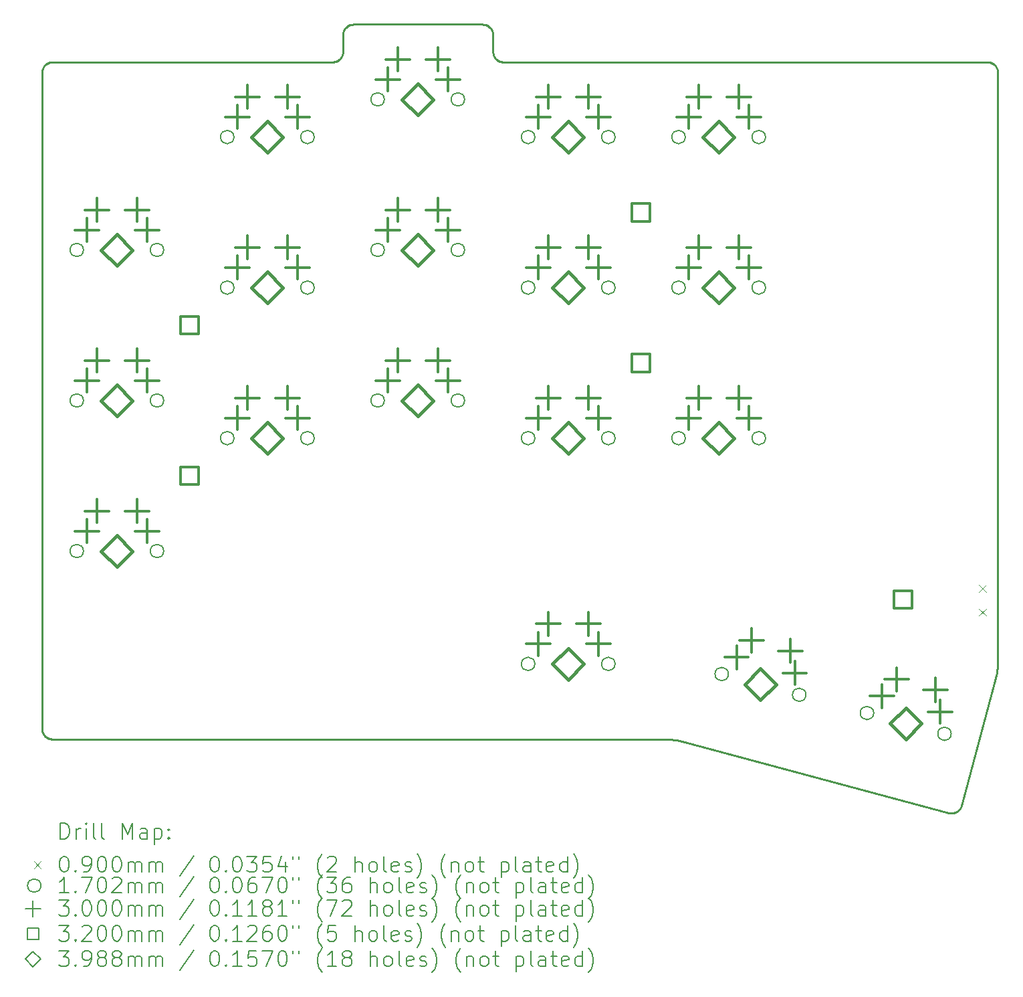
<source format=gbr>
%TF.GenerationSoftware,KiCad,Pcbnew,7.0.2*%
%TF.CreationDate,2023-10-26T02:33:05+11:00*%
%TF.ProjectId,cybr36,63796272-3336-42e6-9b69-6361645f7063,rev?*%
%TF.SameCoordinates,Original*%
%TF.FileFunction,Drillmap*%
%TF.FilePolarity,Positive*%
%FSLAX45Y45*%
G04 Gerber Fmt 4.5, Leading zero omitted, Abs format (unit mm)*
G04 Created by KiCad (PCBNEW 7.0.2) date 2023-10-26 02:33:05*
%MOMM*%
%LPD*%
G01*
G04 APERTURE LIST*
%ADD10C,0.263999*%
%ADD11C,0.200000*%
%ADD12C,0.090000*%
%ADD13C,0.170180*%
%ADD14C,0.300000*%
%ADD15C,0.320000*%
%ADD16C,0.398780*%
G04 APERTURE END LIST*
D10*
X16123192Y-13711760D02*
X16090433Y-13709074D01*
X19633181Y-14638269D02*
X16284754Y-13741156D01*
X13882554Y-5080524D02*
X13886286Y-5085835D01*
X8160395Y-13625255D02*
X8158072Y-13619234D01*
X8243278Y-5145368D02*
X8249555Y-5143585D01*
X19679196Y-14642287D02*
X19672721Y-14642706D01*
X20252635Y-5265152D02*
X20252798Y-5271712D01*
X8180285Y-13658470D02*
X8176284Y-13653335D01*
X8219559Y-5155387D02*
X8225263Y-5152466D01*
X12060373Y-4667110D02*
X12066690Y-4665685D01*
X8198777Y-13676962D02*
X8193827Y-13672697D01*
X20251348Y-5252176D02*
X20252151Y-5258636D01*
X11872640Y-5131674D02*
X11878660Y-5129351D01*
X12013913Y-4689079D02*
X12019223Y-4685347D01*
X19749335Y-14614376D02*
X19744248Y-14618187D01*
X20230571Y-5198316D02*
X20234030Y-5203790D01*
X8275810Y-5139592D02*
X8282617Y-5139420D01*
X13857761Y-4769483D02*
X13858877Y-4775877D01*
X8150325Y-5271712D02*
X8150497Y-5264905D01*
X8151008Y-5258186D02*
X8151850Y-5251565D01*
X8256690Y-13704356D02*
X8250373Y-13702931D01*
X13862893Y-5033058D02*
X13864317Y-5039375D01*
X8154315Y-13606875D02*
X8152891Y-13600558D01*
X19738990Y-14621748D02*
X19733569Y-14625052D01*
X11960326Y-5007129D02*
X11960326Y-4795412D01*
X11847570Y-5137971D02*
X11853964Y-5136855D01*
X20242727Y-5221086D02*
X20245051Y-5227107D01*
X13734594Y-4663283D02*
X13741110Y-4663767D01*
X20152751Y-5143410D02*
X20158980Y-5145138D01*
X20204346Y-5169379D02*
X20209296Y-5173644D01*
X11986286Y-4716706D02*
X11990287Y-4711571D01*
X8282617Y-5139420D02*
X11828034Y-5139420D01*
X16220681Y-13726219D02*
X16188342Y-13720337D01*
X11960164Y-5013689D02*
X11960326Y-5007129D01*
X8250373Y-13702931D02*
X8244144Y-13701203D01*
X13816825Y-4697344D02*
X13821578Y-4701867D01*
X13948013Y-5131674D02*
X13954144Y-5133702D01*
X8269545Y-13706273D02*
X8263084Y-13705471D01*
X8225263Y-5152466D02*
X8231123Y-5149816D01*
X13821578Y-4701867D02*
X13826102Y-4706621D01*
X11938100Y-5080525D02*
X11941559Y-5075051D01*
X12066690Y-4665685D02*
X12073084Y-4664570D01*
X13801430Y-4685347D02*
X13806740Y-4689079D01*
X13960372Y-5135431D02*
X13966689Y-5136855D01*
X13919223Y-5117194D02*
X13924697Y-5120654D01*
X8165910Y-13636924D02*
X8163010Y-13631155D01*
X13941993Y-5129351D02*
X13948013Y-5131674D01*
X20233494Y-12900874D02*
X20226552Y-12933020D01*
X8214697Y-13688154D02*
X8209223Y-13684694D01*
X11860281Y-5135431D02*
X11866510Y-5133702D01*
X8262471Y-5140944D02*
X8269091Y-5140103D01*
X13753964Y-4665686D02*
X13760280Y-4667110D01*
X8276060Y-13706758D02*
X8269545Y-13706273D01*
X8282617Y-5139420D02*
X8282617Y-5139420D01*
X13830366Y-4711571D02*
X13834367Y-4716706D01*
X11961777Y-4775877D02*
X11962892Y-4769483D01*
X13879094Y-5075051D02*
X13882554Y-5080524D01*
X8172919Y-5197746D02*
X8176607Y-5192560D01*
X11901430Y-5117194D02*
X11906740Y-5113462D01*
X20214050Y-5178167D02*
X20218573Y-5182921D01*
X19763465Y-14601500D02*
X19758954Y-14606027D01*
X20245051Y-5227107D02*
X20247079Y-5233237D01*
X11964317Y-4763166D02*
X11966045Y-4756937D01*
X8176284Y-13653335D02*
X8172552Y-13648025D01*
X13986059Y-5139258D02*
X13992619Y-5139420D01*
X19666195Y-14642803D02*
X19659630Y-14642573D01*
X13903828Y-5105197D02*
X13908778Y-5109461D01*
X13864317Y-5039375D02*
X13866046Y-5045604D01*
X13856336Y-4763166D02*
X13857761Y-4769483D01*
X8158072Y-13619234D02*
X8156044Y-13613104D01*
X13860326Y-4795412D02*
X13860328Y-5007129D01*
X13924697Y-5120654D02*
X13930324Y-5123836D01*
X11957761Y-5033058D02*
X11958877Y-5026665D01*
X13811875Y-4693079D02*
X13816825Y-4697344D01*
X11952580Y-5051734D02*
X11954608Y-5045604D01*
X19775682Y-14586582D02*
X19771839Y-14591772D01*
X20177032Y-5152104D02*
X20182800Y-5155005D01*
X19727997Y-14628094D02*
X19722285Y-14630868D01*
X16284754Y-13741156D02*
X16252827Y-13733160D01*
X11956337Y-5039375D02*
X11957761Y-5033058D01*
X8189073Y-13668174D02*
X8184550Y-13663420D01*
X19795210Y-14544724D02*
X19793281Y-14551255D01*
X16155837Y-13715516D02*
X16123192Y-13711760D01*
X12024697Y-4681887D02*
X12030324Y-4678705D01*
X19646423Y-14641110D02*
X19639802Y-14639865D01*
X11970397Y-4744786D02*
X11973012Y-4738886D01*
X20252798Y-5271712D02*
X20252796Y-12704871D01*
X8237131Y-5147448D02*
X8243278Y-5145368D01*
X12086059Y-4663283D02*
X12092619Y-4663120D01*
X13826102Y-4706621D02*
X13830366Y-4711571D01*
X13875912Y-5069424D02*
X13879094Y-5075051D01*
X11944742Y-5069424D02*
X11947642Y-5063655D01*
X13894551Y-5095920D02*
X13899075Y-5100673D01*
X8244144Y-13701203D02*
X8238014Y-13699175D01*
X20247955Y-12803386D02*
X20244199Y-12836031D01*
X11921579Y-5100673D02*
X11926103Y-5095920D01*
X19691959Y-14640512D02*
X19685612Y-14641554D01*
X12019223Y-4685347D02*
X12024697Y-4681887D01*
X8255956Y-5142108D02*
X8262471Y-5140944D01*
X20250643Y-12770627D02*
X20247955Y-12803386D01*
X13850256Y-4744786D02*
X13852579Y-4750807D01*
X8198467Y-5169629D02*
X8203465Y-5165702D01*
X11895956Y-5120654D02*
X11901430Y-5117194D01*
X19716441Y-14633368D02*
X19710476Y-14635588D01*
X20222838Y-5187871D02*
X20226838Y-5193006D01*
X13860490Y-5013689D02*
X13860975Y-5020204D01*
X13858877Y-4775877D02*
X13859679Y-4782337D01*
X11960974Y-4782337D02*
X11961777Y-4775877D01*
X11926103Y-5095920D02*
X11930367Y-5090970D01*
X20252151Y-5258636D02*
X20252635Y-5265152D01*
X11960326Y-4795412D02*
X11960489Y-4788852D01*
X8263084Y-13705471D02*
X8256690Y-13704356D01*
X13847642Y-4738886D02*
X13850256Y-4744786D01*
X13772640Y-4670867D02*
X13778660Y-4673190D01*
X19793281Y-14551255D02*
X19791049Y-14557612D01*
X20209296Y-5173644D02*
X20214050Y-5178167D01*
X20218573Y-5182921D02*
X20222838Y-5187871D01*
X8231123Y-5149816D02*
X8237131Y-5147448D01*
X11934368Y-5085835D02*
X11938100Y-5080525D01*
X11911876Y-5109461D02*
X11916826Y-5105197D01*
X13760280Y-4667110D02*
X13766509Y-4668839D01*
X13979543Y-5138773D02*
X13986059Y-5139258D01*
X13954144Y-5133702D02*
X13960372Y-5135431D01*
X8193667Y-5173787D02*
X8198467Y-5169629D01*
X13854608Y-4756937D02*
X13856336Y-4763166D01*
X11960489Y-4788852D02*
X11960974Y-4782337D01*
X19733569Y-14625052D02*
X19727997Y-14628094D01*
X11841110Y-5138773D02*
X11847570Y-5137971D01*
X11947642Y-5063655D02*
X11950256Y-5057755D01*
X20120504Y-5139420D02*
X20127064Y-5139583D01*
X8166292Y-5208654D02*
X8169478Y-5203114D01*
X11878660Y-5129351D02*
X11884561Y-5126736D01*
X19771839Y-14591772D02*
X19767763Y-14596747D01*
X13861777Y-5026664D02*
X13862893Y-5033058D01*
X13890287Y-5090970D02*
X13894551Y-5095920D01*
X19710476Y-14635588D02*
X19704401Y-14637523D01*
X8169478Y-5203114D02*
X8172919Y-5197746D01*
X8184550Y-13663420D02*
X8180285Y-13658470D01*
X19767763Y-14596747D02*
X19763465Y-14601500D01*
X19782629Y-14575581D02*
X19779282Y-14581183D01*
X8158353Y-5226226D02*
X8160722Y-5220218D01*
X13728034Y-4663120D02*
X13734594Y-4663283D01*
X11975912Y-4733117D02*
X11979094Y-4727490D01*
X11853964Y-5136855D02*
X11860281Y-5135431D01*
X8163010Y-13631155D02*
X8160395Y-13625255D01*
X8226093Y-13694237D02*
X8220324Y-13691336D01*
X13873012Y-5063655D02*
X13875912Y-5069424D01*
X8160722Y-5220218D02*
X8163371Y-5214358D01*
X20182800Y-5155005D02*
X20188427Y-5158187D01*
X8176607Y-5192560D02*
X8180535Y-5187562D01*
X8231993Y-13696851D02*
X8226093Y-13694237D01*
X8156273Y-5232373D02*
X8158353Y-5226226D01*
X13870397Y-5057755D02*
X13873012Y-5063655D01*
X13784560Y-4675804D02*
X13790329Y-4678705D01*
X8269091Y-5140103D02*
X8275810Y-5139592D01*
X20250232Y-5245782D02*
X20251348Y-5252176D01*
X11941559Y-5075051D02*
X11944742Y-5069424D01*
X20252257Y-12737780D02*
X20250643Y-12770627D01*
X13834367Y-4716706D02*
X13838099Y-4722016D01*
X8150497Y-5264905D02*
X8151008Y-5258186D01*
X19698225Y-14639166D02*
X19691959Y-14640512D01*
X13766509Y-4668839D02*
X13772640Y-4670867D01*
X8169093Y-13642551D02*
X8165910Y-13636924D01*
X13790329Y-4678705D02*
X13795956Y-4681887D01*
X20237212Y-5209417D02*
X20240113Y-5215186D01*
X20188427Y-5158187D02*
X20193901Y-5161647D01*
X11979094Y-4727490D02*
X11982554Y-4722016D01*
X20165111Y-5147167D02*
X20171131Y-5149490D01*
X11973012Y-4738886D02*
X11975912Y-4733117D01*
X12054144Y-4668838D02*
X12060373Y-4667110D01*
X8193827Y-13672697D02*
X8189073Y-13668174D01*
X13795956Y-4681887D02*
X13801430Y-4685347D01*
X8180535Y-5187562D02*
X8184693Y-5182762D01*
X20226838Y-5193006D02*
X20230571Y-5198316D01*
X8189073Y-5178168D02*
X8193667Y-5173787D01*
X8282620Y-13706920D02*
X8276060Y-13706758D01*
X13899075Y-5100673D02*
X13903828Y-5105197D01*
X11990287Y-4711571D02*
X11994551Y-4706621D01*
X19744248Y-14618187D02*
X19738990Y-14621748D01*
X8214019Y-5158572D02*
X8219559Y-5155387D01*
X13841559Y-4727490D02*
X13844741Y-4733117D01*
X13966689Y-5136855D02*
X13973083Y-5137971D01*
X12073084Y-4664570D02*
X12079544Y-4663767D01*
X19639802Y-14639865D02*
X19633181Y-14638269D01*
X11959679Y-5020204D02*
X11960164Y-5013689D01*
X20248808Y-5239466D02*
X20250232Y-5245782D01*
X20146434Y-5141986D02*
X20152751Y-5143410D01*
X20133580Y-5140068D02*
X20140040Y-5140870D01*
X11906740Y-5113462D02*
X11911876Y-5109461D01*
X13913913Y-5113462D02*
X13919223Y-5117194D01*
X19722285Y-14630868D02*
X19716441Y-14633368D01*
X12036093Y-4675804D02*
X12041993Y-4673190D01*
X20199211Y-5165379D02*
X20204346Y-5169379D01*
X8150488Y-13581188D02*
X8150325Y-13574628D01*
X19785712Y-14569781D02*
X19782629Y-14575581D01*
X13866046Y-5045604D02*
X13868074Y-5051734D01*
X8208652Y-5162014D02*
X8214019Y-5158572D01*
X11834594Y-5139258D02*
X11841110Y-5138773D01*
X20218554Y-12964946D02*
X19795210Y-14544724D01*
X16090433Y-13709074D02*
X16057586Y-13707459D01*
X11884561Y-5126736D02*
X11890330Y-5123836D01*
X13886286Y-5085835D02*
X13890287Y-5090970D01*
X8209223Y-13684694D02*
X8203912Y-13680962D01*
X13806740Y-4689079D02*
X13811875Y-4693079D01*
X13908778Y-5109461D02*
X13913913Y-5113462D01*
X19653036Y-14642011D02*
X19646423Y-14641110D01*
X19685612Y-14641554D02*
X19679196Y-14642287D01*
X19659630Y-14642573D02*
X19653036Y-14642011D01*
X19672721Y-14642706D02*
X19666195Y-14642803D01*
X13930324Y-5123836D02*
X13936093Y-5126736D01*
X11994551Y-4706621D02*
X11999075Y-4701867D01*
X13747570Y-4664570D02*
X13753964Y-4665686D01*
X12008778Y-4693079D02*
X12013913Y-4689079D01*
X20234030Y-5203790D02*
X20237212Y-5209417D01*
X8150325Y-13574628D02*
X8150325Y-5271712D01*
X8152891Y-13600558D02*
X8151775Y-13594164D01*
X19779282Y-14581183D02*
X19775682Y-14586582D01*
X13778660Y-4673190D02*
X13784560Y-4675804D01*
X11954608Y-5045604D02*
X11956337Y-5039375D01*
X16252827Y-13733160D02*
X16220681Y-13726219D01*
X20158980Y-5145138D02*
X20165111Y-5147167D01*
X20140040Y-5140870D02*
X20146434Y-5141986D01*
X11962892Y-4769483D02*
X11964317Y-4763166D01*
X11930367Y-5090970D02*
X11934368Y-5085835D01*
X8150972Y-13587704D02*
X8150488Y-13581188D01*
X12079544Y-4663767D02*
X12086059Y-4663283D01*
X20244199Y-12836031D02*
X20239378Y-12868536D01*
X19754241Y-14610321D02*
X19749335Y-14614376D01*
X20252796Y-12704871D02*
X20252257Y-12737780D01*
X13868074Y-5051734D02*
X13870397Y-5057755D01*
X12003828Y-4697344D02*
X12008778Y-4693079D01*
X11982554Y-4722016D02*
X11986286Y-4716706D01*
X13838099Y-4722016D02*
X13841559Y-4727490D01*
X20240113Y-5215186D02*
X20242727Y-5221086D01*
X20239378Y-12868536D02*
X20233494Y-12900874D01*
X19791049Y-14557612D02*
X19788523Y-14563789D01*
X13860328Y-5007129D02*
X13860490Y-5013689D01*
X13860975Y-5020204D02*
X13861777Y-5026664D01*
X8203465Y-5165702D02*
X8208652Y-5162014D01*
X11999075Y-4701867D02*
X12003828Y-4697344D01*
X11828034Y-5139420D02*
X11834594Y-5139258D01*
X8172552Y-13648025D02*
X8169093Y-13642551D01*
X16188342Y-13720337D02*
X16155837Y-13715516D01*
X13936093Y-5126736D02*
X13941993Y-5129351D01*
X12048014Y-4670867D02*
X12054144Y-4668838D01*
X20226552Y-12933020D02*
X20218554Y-12964946D01*
X20127064Y-5139583D02*
X20133580Y-5140068D01*
X11950256Y-5057755D02*
X11952580Y-5051734D01*
X13741110Y-4663767D02*
X13747570Y-4664570D01*
X8249555Y-5143585D02*
X8255956Y-5142108D01*
X13852579Y-4750807D02*
X13854608Y-4756937D01*
X11890330Y-5123836D02*
X11895956Y-5120654D01*
X19788523Y-14563789D02*
X19785712Y-14569781D01*
X20171131Y-5149490D02*
X20177032Y-5152104D01*
X8163371Y-5214358D02*
X8166292Y-5208654D01*
X8154490Y-5238650D02*
X8156273Y-5232373D01*
X13860164Y-4788852D02*
X13860326Y-4795412D01*
X8153013Y-5245051D02*
X8154490Y-5238650D01*
X8151775Y-13594164D02*
X8150972Y-13587704D01*
X8151850Y-5251565D02*
X8153013Y-5245051D01*
X19704401Y-14637523D02*
X19698225Y-14639166D01*
X16024677Y-13706920D02*
X8282620Y-13706920D01*
X11966045Y-4756937D02*
X11968074Y-4750807D01*
X16057586Y-13707459D02*
X16024677Y-13706920D01*
X12092619Y-4663120D02*
X13728034Y-4663120D01*
X13973083Y-5137971D02*
X13979543Y-5138773D01*
X8203912Y-13680962D02*
X8198777Y-13676962D01*
X11866510Y-5133702D02*
X11872640Y-5131674D01*
X8156044Y-13613104D02*
X8154315Y-13606875D01*
X13859679Y-4782337D02*
X13860164Y-4788852D01*
X20193901Y-5161647D02*
X20199211Y-5165379D01*
X13992619Y-5139420D02*
X20120504Y-5139420D01*
X11916826Y-5105197D02*
X11921579Y-5100673D01*
X11958877Y-5026665D02*
X11959679Y-5020204D01*
X13844741Y-4733117D02*
X13847642Y-4738886D01*
X8184693Y-5182762D02*
X8189073Y-5178168D01*
X8238014Y-13699175D02*
X8231993Y-13696851D01*
X20247079Y-5233237D02*
X20248808Y-5239466D01*
X12030324Y-4678705D02*
X12036093Y-4675804D01*
X12041993Y-4673190D02*
X12048014Y-4670867D01*
X11968074Y-4750807D02*
X11970397Y-4744786D01*
X19758954Y-14606027D02*
X19754241Y-14610321D01*
X8220324Y-13691336D02*
X8214697Y-13688154D01*
D11*
D12*
X20015500Y-11755000D02*
X20105500Y-11845000D01*
X20105500Y-11755000D02*
X20015500Y-11845000D01*
X20015500Y-12055000D02*
X20105500Y-12145000D01*
X20105500Y-12055000D02*
X20015500Y-12145000D01*
D13*
X8675937Y-7516562D02*
G75*
G03*
X8675937Y-7516562I-85090J0D01*
G01*
X8675937Y-9421562D02*
G75*
G03*
X8675937Y-9421562I-85090J0D01*
G01*
X8675937Y-11326562D02*
G75*
G03*
X8675937Y-11326562I-85090J0D01*
G01*
X9691937Y-7516562D02*
G75*
G03*
X9691937Y-7516562I-85090J0D01*
G01*
X9691937Y-9421562D02*
G75*
G03*
X9691937Y-9421562I-85090J0D01*
G01*
X9691937Y-11326562D02*
G75*
G03*
X9691937Y-11326562I-85090J0D01*
G01*
X10580937Y-6087812D02*
G75*
G03*
X10580937Y-6087812I-85090J0D01*
G01*
X10580937Y-7992812D02*
G75*
G03*
X10580937Y-7992812I-85090J0D01*
G01*
X10580937Y-9897812D02*
G75*
G03*
X10580937Y-9897812I-85090J0D01*
G01*
X11596937Y-6087812D02*
G75*
G03*
X11596937Y-6087812I-85090J0D01*
G01*
X11596937Y-7992812D02*
G75*
G03*
X11596937Y-7992812I-85090J0D01*
G01*
X11596937Y-9897812D02*
G75*
G03*
X11596937Y-9897812I-85090J0D01*
G01*
X12485937Y-5611562D02*
G75*
G03*
X12485937Y-5611562I-85090J0D01*
G01*
X12485937Y-7516562D02*
G75*
G03*
X12485937Y-7516562I-85090J0D01*
G01*
X12485937Y-9421562D02*
G75*
G03*
X12485937Y-9421562I-85090J0D01*
G01*
X13501937Y-5611562D02*
G75*
G03*
X13501937Y-5611562I-85090J0D01*
G01*
X13501937Y-7516562D02*
G75*
G03*
X13501937Y-7516562I-85090J0D01*
G01*
X13501937Y-9421562D02*
G75*
G03*
X13501937Y-9421562I-85090J0D01*
G01*
X14390937Y-6087812D02*
G75*
G03*
X14390937Y-6087812I-85090J0D01*
G01*
X14390937Y-7992812D02*
G75*
G03*
X14390937Y-7992812I-85090J0D01*
G01*
X14390937Y-9897812D02*
G75*
G03*
X14390937Y-9897812I-85090J0D01*
G01*
X14390937Y-12755312D02*
G75*
G03*
X14390937Y-12755312I-85090J0D01*
G01*
X15406937Y-6087812D02*
G75*
G03*
X15406937Y-6087812I-85090J0D01*
G01*
X15406937Y-7992812D02*
G75*
G03*
X15406937Y-7992812I-85090J0D01*
G01*
X15406937Y-9897812D02*
G75*
G03*
X15406937Y-9897812I-85090J0D01*
G01*
X15406937Y-12755312D02*
G75*
G03*
X15406937Y-12755312I-85090J0D01*
G01*
X16295937Y-6087812D02*
G75*
G03*
X16295937Y-6087812I-85090J0D01*
G01*
X16295937Y-7992812D02*
G75*
G03*
X16295937Y-7992812I-85090J0D01*
G01*
X16295937Y-9897812D02*
G75*
G03*
X16295937Y-9897812I-85090J0D01*
G01*
X16842096Y-12882881D02*
G75*
G03*
X16842096Y-12882881I-85090J0D01*
G01*
X17311937Y-6087812D02*
G75*
G03*
X17311937Y-6087812I-85090J0D01*
G01*
X17311937Y-7992812D02*
G75*
G03*
X17311937Y-7992812I-85090J0D01*
G01*
X17311937Y-9897812D02*
G75*
G03*
X17311937Y-9897812I-85090J0D01*
G01*
X17823476Y-13145841D02*
G75*
G03*
X17823476Y-13145841I-85090J0D01*
G01*
X18682196Y-13375931D02*
G75*
G03*
X18682196Y-13375931I-85090J0D01*
G01*
X19663576Y-13638891D02*
G75*
G03*
X19663576Y-13638891I-85090J0D01*
G01*
D14*
X8717847Y-7112562D02*
X8717847Y-7412562D01*
X8567847Y-7262562D02*
X8867847Y-7262562D01*
X8717847Y-9017562D02*
X8717847Y-9317562D01*
X8567847Y-9167562D02*
X8867847Y-9167562D01*
X8717847Y-10922562D02*
X8717847Y-11222562D01*
X8567847Y-11072562D02*
X8867847Y-11072562D01*
X8844847Y-6858562D02*
X8844847Y-7158562D01*
X8694847Y-7008562D02*
X8994847Y-7008562D01*
X8844847Y-8763562D02*
X8844847Y-9063562D01*
X8694847Y-8913562D02*
X8994847Y-8913562D01*
X8844847Y-10668562D02*
X8844847Y-10968562D01*
X8694847Y-10818562D02*
X8994847Y-10818562D01*
X9352847Y-6858562D02*
X9352847Y-7158562D01*
X9202847Y-7008562D02*
X9502847Y-7008562D01*
X9352847Y-8763562D02*
X9352847Y-9063562D01*
X9202847Y-8913562D02*
X9502847Y-8913562D01*
X9352847Y-10668562D02*
X9352847Y-10968562D01*
X9202847Y-10818562D02*
X9502847Y-10818562D01*
X9479847Y-7112562D02*
X9479847Y-7412562D01*
X9329847Y-7262562D02*
X9629847Y-7262562D01*
X9479847Y-9017562D02*
X9479847Y-9317562D01*
X9329847Y-9167562D02*
X9629847Y-9167562D01*
X9479847Y-10922562D02*
X9479847Y-11222562D01*
X9329847Y-11072562D02*
X9629847Y-11072562D01*
X10622847Y-5683812D02*
X10622847Y-5983812D01*
X10472847Y-5833812D02*
X10772847Y-5833812D01*
X10622847Y-7588812D02*
X10622847Y-7888812D01*
X10472847Y-7738812D02*
X10772847Y-7738812D01*
X10622847Y-9493812D02*
X10622847Y-9793812D01*
X10472847Y-9643812D02*
X10772847Y-9643812D01*
X10749847Y-5429812D02*
X10749847Y-5729812D01*
X10599847Y-5579812D02*
X10899847Y-5579812D01*
X10749847Y-7334812D02*
X10749847Y-7634812D01*
X10599847Y-7484812D02*
X10899847Y-7484812D01*
X10749847Y-9239812D02*
X10749847Y-9539812D01*
X10599847Y-9389812D02*
X10899847Y-9389812D01*
X11257847Y-5429812D02*
X11257847Y-5729812D01*
X11107847Y-5579812D02*
X11407847Y-5579812D01*
X11257847Y-7334812D02*
X11257847Y-7634812D01*
X11107847Y-7484812D02*
X11407847Y-7484812D01*
X11257847Y-9239812D02*
X11257847Y-9539812D01*
X11107847Y-9389812D02*
X11407847Y-9389812D01*
X11384847Y-5683812D02*
X11384847Y-5983812D01*
X11234847Y-5833812D02*
X11534847Y-5833812D01*
X11384847Y-7588812D02*
X11384847Y-7888812D01*
X11234847Y-7738812D02*
X11534847Y-7738812D01*
X11384847Y-9493812D02*
X11384847Y-9793812D01*
X11234847Y-9643812D02*
X11534847Y-9643812D01*
X12527847Y-5207562D02*
X12527847Y-5507562D01*
X12377847Y-5357562D02*
X12677847Y-5357562D01*
X12527847Y-7112562D02*
X12527847Y-7412562D01*
X12377847Y-7262562D02*
X12677847Y-7262562D01*
X12527847Y-9017562D02*
X12527847Y-9317562D01*
X12377847Y-9167562D02*
X12677847Y-9167562D01*
X12654847Y-4953562D02*
X12654847Y-5253562D01*
X12504847Y-5103562D02*
X12804847Y-5103562D01*
X12654847Y-6858562D02*
X12654847Y-7158562D01*
X12504847Y-7008562D02*
X12804847Y-7008562D01*
X12654847Y-8763562D02*
X12654847Y-9063562D01*
X12504847Y-8913562D02*
X12804847Y-8913562D01*
X13162847Y-4953562D02*
X13162847Y-5253562D01*
X13012847Y-5103562D02*
X13312847Y-5103562D01*
X13162847Y-6858562D02*
X13162847Y-7158562D01*
X13012847Y-7008562D02*
X13312847Y-7008562D01*
X13162847Y-8763562D02*
X13162847Y-9063562D01*
X13012847Y-8913562D02*
X13312847Y-8913562D01*
X13289847Y-5207562D02*
X13289847Y-5507562D01*
X13139847Y-5357562D02*
X13439847Y-5357562D01*
X13289847Y-7112562D02*
X13289847Y-7412562D01*
X13139847Y-7262562D02*
X13439847Y-7262562D01*
X13289847Y-9017562D02*
X13289847Y-9317562D01*
X13139847Y-9167562D02*
X13439847Y-9167562D01*
X14432847Y-5683812D02*
X14432847Y-5983812D01*
X14282847Y-5833812D02*
X14582847Y-5833812D01*
X14432847Y-7588812D02*
X14432847Y-7888812D01*
X14282847Y-7738812D02*
X14582847Y-7738812D01*
X14432847Y-9493812D02*
X14432847Y-9793812D01*
X14282847Y-9643812D02*
X14582847Y-9643812D01*
X14432847Y-12351312D02*
X14432847Y-12651312D01*
X14282847Y-12501312D02*
X14582847Y-12501312D01*
X14559847Y-5429812D02*
X14559847Y-5729812D01*
X14409847Y-5579812D02*
X14709847Y-5579812D01*
X14559847Y-7334812D02*
X14559847Y-7634812D01*
X14409847Y-7484812D02*
X14709847Y-7484812D01*
X14559847Y-9239812D02*
X14559847Y-9539812D01*
X14409847Y-9389812D02*
X14709847Y-9389812D01*
X14559847Y-12097312D02*
X14559847Y-12397312D01*
X14409847Y-12247312D02*
X14709847Y-12247312D01*
X15067847Y-5429812D02*
X15067847Y-5729812D01*
X14917847Y-5579812D02*
X15217847Y-5579812D01*
X15067847Y-7334812D02*
X15067847Y-7634812D01*
X14917847Y-7484812D02*
X15217847Y-7484812D01*
X15067847Y-9239812D02*
X15067847Y-9539812D01*
X14917847Y-9389812D02*
X15217847Y-9389812D01*
X15067847Y-12097312D02*
X15067847Y-12397312D01*
X14917847Y-12247312D02*
X15217847Y-12247312D01*
X15194847Y-5683812D02*
X15194847Y-5983812D01*
X15044847Y-5833812D02*
X15344847Y-5833812D01*
X15194847Y-7588812D02*
X15194847Y-7888812D01*
X15044847Y-7738812D02*
X15344847Y-7738812D01*
X15194847Y-9493812D02*
X15194847Y-9793812D01*
X15044847Y-9643812D02*
X15344847Y-9643812D01*
X15194847Y-12351312D02*
X15194847Y-12651312D01*
X15044847Y-12501312D02*
X15344847Y-12501312D01*
X16337847Y-5683812D02*
X16337847Y-5983812D01*
X16187847Y-5833812D02*
X16487847Y-5833812D01*
X16337847Y-7588812D02*
X16337847Y-7888812D01*
X16187847Y-7738812D02*
X16487847Y-7738812D01*
X16337847Y-9493812D02*
X16337847Y-9793812D01*
X16187847Y-9643812D02*
X16487847Y-9643812D01*
X16464847Y-5429812D02*
X16464847Y-5729812D01*
X16314847Y-5579812D02*
X16614847Y-5579812D01*
X16464847Y-7334812D02*
X16464847Y-7634812D01*
X16314847Y-7484812D02*
X16614847Y-7484812D01*
X16464847Y-9239812D02*
X16464847Y-9539812D01*
X16314847Y-9389812D02*
X16614847Y-9389812D01*
X16945418Y-12520406D02*
X16945418Y-12820406D01*
X16795418Y-12670406D02*
X17095418Y-12670406D01*
X16972847Y-5429812D02*
X16972847Y-5729812D01*
X16822847Y-5579812D02*
X17122847Y-5579812D01*
X16972847Y-7334812D02*
X16972847Y-7634812D01*
X16822847Y-7484812D02*
X17122847Y-7484812D01*
X16972847Y-9239812D02*
X16972847Y-9539812D01*
X16822847Y-9389812D02*
X17122847Y-9389812D01*
X17099847Y-5683812D02*
X17099847Y-5983812D01*
X16949847Y-5833812D02*
X17249847Y-5833812D01*
X17099847Y-7588812D02*
X17099847Y-7888812D01*
X16949847Y-7738812D02*
X17249847Y-7738812D01*
X17099847Y-9493812D02*
X17099847Y-9793812D01*
X16949847Y-9643812D02*
X17249847Y-9643812D01*
X17133831Y-12307931D02*
X17133831Y-12607931D01*
X16983831Y-12457931D02*
X17283831Y-12457931D01*
X17624521Y-12439411D02*
X17624521Y-12739411D01*
X17474521Y-12589411D02*
X17774521Y-12589411D01*
X17681454Y-12717626D02*
X17681454Y-13017626D01*
X17531454Y-12867626D02*
X17831454Y-12867626D01*
X18785518Y-13013456D02*
X18785518Y-13313456D01*
X18635518Y-13163456D02*
X18935518Y-13163456D01*
X18973931Y-12800980D02*
X18973931Y-13100980D01*
X18823931Y-12950980D02*
X19123931Y-12950980D01*
X19464621Y-12932461D02*
X19464621Y-13232461D01*
X19314621Y-13082461D02*
X19614621Y-13082461D01*
X19521554Y-13210676D02*
X19521554Y-13510676D01*
X19371554Y-13360676D02*
X19671554Y-13360676D01*
D15*
X10129985Y-8582200D02*
X10129985Y-8355923D01*
X9903709Y-8355923D01*
X9903709Y-8582200D01*
X10129985Y-8582200D01*
X10129985Y-10487200D02*
X10129985Y-10260923D01*
X9903709Y-10260923D01*
X9903709Y-10487200D01*
X10129985Y-10487200D01*
X15844985Y-7153450D02*
X15844985Y-6927173D01*
X15618709Y-6927173D01*
X15618709Y-7153450D01*
X15844985Y-7153450D01*
X15844985Y-9058450D02*
X15844985Y-8832173D01*
X15618709Y-8832173D01*
X15618709Y-9058450D01*
X15844985Y-9058450D01*
X19163138Y-12053138D02*
X19163138Y-11826862D01*
X18936862Y-11826862D01*
X18936862Y-12053138D01*
X19163138Y-12053138D01*
D16*
X9098847Y-7715952D02*
X9298237Y-7516562D01*
X9098847Y-7317172D01*
X8899457Y-7516562D01*
X9098847Y-7715952D01*
X9098847Y-9620952D02*
X9298237Y-9421562D01*
X9098847Y-9222172D01*
X8899457Y-9421562D01*
X9098847Y-9620952D01*
X9098847Y-11525952D02*
X9298237Y-11326562D01*
X9098847Y-11127172D01*
X8899457Y-11326562D01*
X9098847Y-11525952D01*
X11003847Y-6287202D02*
X11203237Y-6087812D01*
X11003847Y-5888422D01*
X10804457Y-6087812D01*
X11003847Y-6287202D01*
X11003847Y-8192202D02*
X11203237Y-7992812D01*
X11003847Y-7793422D01*
X10804457Y-7992812D01*
X11003847Y-8192202D01*
X11003847Y-10097202D02*
X11203237Y-9897812D01*
X11003847Y-9698422D01*
X10804457Y-9897812D01*
X11003847Y-10097202D01*
X12908847Y-5810952D02*
X13108237Y-5611562D01*
X12908847Y-5412172D01*
X12709457Y-5611562D01*
X12908847Y-5810952D01*
X12908847Y-7715952D02*
X13108237Y-7516562D01*
X12908847Y-7317172D01*
X12709457Y-7516562D01*
X12908847Y-7715952D01*
X12908847Y-9620952D02*
X13108237Y-9421562D01*
X12908847Y-9222172D01*
X12709457Y-9421562D01*
X12908847Y-9620952D01*
X14813847Y-6287202D02*
X15013237Y-6087812D01*
X14813847Y-5888422D01*
X14614457Y-6087812D01*
X14813847Y-6287202D01*
X14813847Y-8192202D02*
X15013237Y-7992812D01*
X14813847Y-7793422D01*
X14614457Y-7992812D01*
X14813847Y-8192202D01*
X14813847Y-10097202D02*
X15013237Y-9897812D01*
X14813847Y-9698422D01*
X14614457Y-9897812D01*
X14813847Y-10097202D01*
X14813847Y-12954702D02*
X15013237Y-12755312D01*
X14813847Y-12555922D01*
X14614457Y-12755312D01*
X14813847Y-12954702D01*
X16718847Y-6287202D02*
X16918237Y-6087812D01*
X16718847Y-5888422D01*
X16519457Y-6087812D01*
X16718847Y-6287202D01*
X16718847Y-8192202D02*
X16918237Y-7992812D01*
X16718847Y-7793422D01*
X16519457Y-7992812D01*
X16718847Y-8192202D01*
X16718847Y-10097202D02*
X16918237Y-9897812D01*
X16718847Y-9698422D01*
X16519457Y-9897812D01*
X16718847Y-10097202D01*
X17247696Y-13213751D02*
X17447086Y-13014361D01*
X17247696Y-12814971D01*
X17048306Y-13014361D01*
X17247696Y-13213751D01*
X19087796Y-13706801D02*
X19287186Y-13507411D01*
X19087796Y-13308021D01*
X18888406Y-13507411D01*
X19087796Y-13706801D01*
D11*
X8384744Y-14968527D02*
X8384744Y-14768527D01*
X8384744Y-14768527D02*
X8432363Y-14768527D01*
X8432363Y-14768527D02*
X8460935Y-14778050D01*
X8460935Y-14778050D02*
X8479982Y-14797098D01*
X8479982Y-14797098D02*
X8489506Y-14816146D01*
X8489506Y-14816146D02*
X8499030Y-14854241D01*
X8499030Y-14854241D02*
X8499030Y-14882812D01*
X8499030Y-14882812D02*
X8489506Y-14920908D01*
X8489506Y-14920908D02*
X8479982Y-14939955D01*
X8479982Y-14939955D02*
X8460935Y-14959003D01*
X8460935Y-14959003D02*
X8432363Y-14968527D01*
X8432363Y-14968527D02*
X8384744Y-14968527D01*
X8584744Y-14968527D02*
X8584744Y-14835193D01*
X8584744Y-14873289D02*
X8594268Y-14854241D01*
X8594268Y-14854241D02*
X8603792Y-14844717D01*
X8603792Y-14844717D02*
X8622840Y-14835193D01*
X8622840Y-14835193D02*
X8641887Y-14835193D01*
X8708554Y-14968527D02*
X8708554Y-14835193D01*
X8708554Y-14768527D02*
X8699030Y-14778050D01*
X8699030Y-14778050D02*
X8708554Y-14787574D01*
X8708554Y-14787574D02*
X8718078Y-14778050D01*
X8718078Y-14778050D02*
X8708554Y-14768527D01*
X8708554Y-14768527D02*
X8708554Y-14787574D01*
X8832363Y-14968527D02*
X8813316Y-14959003D01*
X8813316Y-14959003D02*
X8803792Y-14939955D01*
X8803792Y-14939955D02*
X8803792Y-14768527D01*
X8937125Y-14968527D02*
X8918078Y-14959003D01*
X8918078Y-14959003D02*
X8908554Y-14939955D01*
X8908554Y-14939955D02*
X8908554Y-14768527D01*
X9165697Y-14968527D02*
X9165697Y-14768527D01*
X9165697Y-14768527D02*
X9232363Y-14911384D01*
X9232363Y-14911384D02*
X9299030Y-14768527D01*
X9299030Y-14768527D02*
X9299030Y-14968527D01*
X9479982Y-14968527D02*
X9479982Y-14863765D01*
X9479982Y-14863765D02*
X9470459Y-14844717D01*
X9470459Y-14844717D02*
X9451411Y-14835193D01*
X9451411Y-14835193D02*
X9413316Y-14835193D01*
X9413316Y-14835193D02*
X9394268Y-14844717D01*
X9479982Y-14959003D02*
X9460935Y-14968527D01*
X9460935Y-14968527D02*
X9413316Y-14968527D01*
X9413316Y-14968527D02*
X9394268Y-14959003D01*
X9394268Y-14959003D02*
X9384744Y-14939955D01*
X9384744Y-14939955D02*
X9384744Y-14920908D01*
X9384744Y-14920908D02*
X9394268Y-14901860D01*
X9394268Y-14901860D02*
X9413316Y-14892336D01*
X9413316Y-14892336D02*
X9460935Y-14892336D01*
X9460935Y-14892336D02*
X9479982Y-14882812D01*
X9575221Y-14835193D02*
X9575221Y-15035193D01*
X9575221Y-14844717D02*
X9594268Y-14835193D01*
X9594268Y-14835193D02*
X9632363Y-14835193D01*
X9632363Y-14835193D02*
X9651411Y-14844717D01*
X9651411Y-14844717D02*
X9660935Y-14854241D01*
X9660935Y-14854241D02*
X9670459Y-14873289D01*
X9670459Y-14873289D02*
X9670459Y-14930431D01*
X9670459Y-14930431D02*
X9660935Y-14949479D01*
X9660935Y-14949479D02*
X9651411Y-14959003D01*
X9651411Y-14959003D02*
X9632363Y-14968527D01*
X9632363Y-14968527D02*
X9594268Y-14968527D01*
X9594268Y-14968527D02*
X9575221Y-14959003D01*
X9756173Y-14949479D02*
X9765697Y-14959003D01*
X9765697Y-14959003D02*
X9756173Y-14968527D01*
X9756173Y-14968527D02*
X9746649Y-14959003D01*
X9746649Y-14959003D02*
X9756173Y-14949479D01*
X9756173Y-14949479D02*
X9756173Y-14968527D01*
X9756173Y-14844717D02*
X9765697Y-14854241D01*
X9765697Y-14854241D02*
X9756173Y-14863765D01*
X9756173Y-14863765D02*
X9746649Y-14854241D01*
X9746649Y-14854241D02*
X9756173Y-14844717D01*
X9756173Y-14844717D02*
X9756173Y-14863765D01*
D12*
X8047125Y-15251003D02*
X8137125Y-15341003D01*
X8137125Y-15251003D02*
X8047125Y-15341003D01*
D11*
X8422840Y-15188527D02*
X8441887Y-15188527D01*
X8441887Y-15188527D02*
X8460935Y-15198050D01*
X8460935Y-15198050D02*
X8470459Y-15207574D01*
X8470459Y-15207574D02*
X8479982Y-15226622D01*
X8479982Y-15226622D02*
X8489506Y-15264717D01*
X8489506Y-15264717D02*
X8489506Y-15312336D01*
X8489506Y-15312336D02*
X8479982Y-15350431D01*
X8479982Y-15350431D02*
X8470459Y-15369479D01*
X8470459Y-15369479D02*
X8460935Y-15379003D01*
X8460935Y-15379003D02*
X8441887Y-15388527D01*
X8441887Y-15388527D02*
X8422840Y-15388527D01*
X8422840Y-15388527D02*
X8403792Y-15379003D01*
X8403792Y-15379003D02*
X8394268Y-15369479D01*
X8394268Y-15369479D02*
X8384744Y-15350431D01*
X8384744Y-15350431D02*
X8375220Y-15312336D01*
X8375220Y-15312336D02*
X8375220Y-15264717D01*
X8375220Y-15264717D02*
X8384744Y-15226622D01*
X8384744Y-15226622D02*
X8394268Y-15207574D01*
X8394268Y-15207574D02*
X8403792Y-15198050D01*
X8403792Y-15198050D02*
X8422840Y-15188527D01*
X8575221Y-15369479D02*
X8584744Y-15379003D01*
X8584744Y-15379003D02*
X8575221Y-15388527D01*
X8575221Y-15388527D02*
X8565697Y-15379003D01*
X8565697Y-15379003D02*
X8575221Y-15369479D01*
X8575221Y-15369479D02*
X8575221Y-15388527D01*
X8679982Y-15388527D02*
X8718078Y-15388527D01*
X8718078Y-15388527D02*
X8737125Y-15379003D01*
X8737125Y-15379003D02*
X8746649Y-15369479D01*
X8746649Y-15369479D02*
X8765697Y-15340908D01*
X8765697Y-15340908D02*
X8775221Y-15302812D01*
X8775221Y-15302812D02*
X8775221Y-15226622D01*
X8775221Y-15226622D02*
X8765697Y-15207574D01*
X8765697Y-15207574D02*
X8756173Y-15198050D01*
X8756173Y-15198050D02*
X8737125Y-15188527D01*
X8737125Y-15188527D02*
X8699030Y-15188527D01*
X8699030Y-15188527D02*
X8679982Y-15198050D01*
X8679982Y-15198050D02*
X8670459Y-15207574D01*
X8670459Y-15207574D02*
X8660935Y-15226622D01*
X8660935Y-15226622D02*
X8660935Y-15274241D01*
X8660935Y-15274241D02*
X8670459Y-15293289D01*
X8670459Y-15293289D02*
X8679982Y-15302812D01*
X8679982Y-15302812D02*
X8699030Y-15312336D01*
X8699030Y-15312336D02*
X8737125Y-15312336D01*
X8737125Y-15312336D02*
X8756173Y-15302812D01*
X8756173Y-15302812D02*
X8765697Y-15293289D01*
X8765697Y-15293289D02*
X8775221Y-15274241D01*
X8899030Y-15188527D02*
X8918078Y-15188527D01*
X8918078Y-15188527D02*
X8937125Y-15198050D01*
X8937125Y-15198050D02*
X8946649Y-15207574D01*
X8946649Y-15207574D02*
X8956173Y-15226622D01*
X8956173Y-15226622D02*
X8965697Y-15264717D01*
X8965697Y-15264717D02*
X8965697Y-15312336D01*
X8965697Y-15312336D02*
X8956173Y-15350431D01*
X8956173Y-15350431D02*
X8946649Y-15369479D01*
X8946649Y-15369479D02*
X8937125Y-15379003D01*
X8937125Y-15379003D02*
X8918078Y-15388527D01*
X8918078Y-15388527D02*
X8899030Y-15388527D01*
X8899030Y-15388527D02*
X8879982Y-15379003D01*
X8879982Y-15379003D02*
X8870459Y-15369479D01*
X8870459Y-15369479D02*
X8860935Y-15350431D01*
X8860935Y-15350431D02*
X8851411Y-15312336D01*
X8851411Y-15312336D02*
X8851411Y-15264717D01*
X8851411Y-15264717D02*
X8860935Y-15226622D01*
X8860935Y-15226622D02*
X8870459Y-15207574D01*
X8870459Y-15207574D02*
X8879982Y-15198050D01*
X8879982Y-15198050D02*
X8899030Y-15188527D01*
X9089506Y-15188527D02*
X9108554Y-15188527D01*
X9108554Y-15188527D02*
X9127602Y-15198050D01*
X9127602Y-15198050D02*
X9137125Y-15207574D01*
X9137125Y-15207574D02*
X9146649Y-15226622D01*
X9146649Y-15226622D02*
X9156173Y-15264717D01*
X9156173Y-15264717D02*
X9156173Y-15312336D01*
X9156173Y-15312336D02*
X9146649Y-15350431D01*
X9146649Y-15350431D02*
X9137125Y-15369479D01*
X9137125Y-15369479D02*
X9127602Y-15379003D01*
X9127602Y-15379003D02*
X9108554Y-15388527D01*
X9108554Y-15388527D02*
X9089506Y-15388527D01*
X9089506Y-15388527D02*
X9070459Y-15379003D01*
X9070459Y-15379003D02*
X9060935Y-15369479D01*
X9060935Y-15369479D02*
X9051411Y-15350431D01*
X9051411Y-15350431D02*
X9041887Y-15312336D01*
X9041887Y-15312336D02*
X9041887Y-15264717D01*
X9041887Y-15264717D02*
X9051411Y-15226622D01*
X9051411Y-15226622D02*
X9060935Y-15207574D01*
X9060935Y-15207574D02*
X9070459Y-15198050D01*
X9070459Y-15198050D02*
X9089506Y-15188527D01*
X9241887Y-15388527D02*
X9241887Y-15255193D01*
X9241887Y-15274241D02*
X9251411Y-15264717D01*
X9251411Y-15264717D02*
X9270459Y-15255193D01*
X9270459Y-15255193D02*
X9299030Y-15255193D01*
X9299030Y-15255193D02*
X9318078Y-15264717D01*
X9318078Y-15264717D02*
X9327602Y-15283765D01*
X9327602Y-15283765D02*
X9327602Y-15388527D01*
X9327602Y-15283765D02*
X9337125Y-15264717D01*
X9337125Y-15264717D02*
X9356173Y-15255193D01*
X9356173Y-15255193D02*
X9384744Y-15255193D01*
X9384744Y-15255193D02*
X9403792Y-15264717D01*
X9403792Y-15264717D02*
X9413316Y-15283765D01*
X9413316Y-15283765D02*
X9413316Y-15388527D01*
X9508554Y-15388527D02*
X9508554Y-15255193D01*
X9508554Y-15274241D02*
X9518078Y-15264717D01*
X9518078Y-15264717D02*
X9537125Y-15255193D01*
X9537125Y-15255193D02*
X9565697Y-15255193D01*
X9565697Y-15255193D02*
X9584744Y-15264717D01*
X9584744Y-15264717D02*
X9594268Y-15283765D01*
X9594268Y-15283765D02*
X9594268Y-15388527D01*
X9594268Y-15283765D02*
X9603792Y-15264717D01*
X9603792Y-15264717D02*
X9622840Y-15255193D01*
X9622840Y-15255193D02*
X9651411Y-15255193D01*
X9651411Y-15255193D02*
X9670459Y-15264717D01*
X9670459Y-15264717D02*
X9679983Y-15283765D01*
X9679983Y-15283765D02*
X9679983Y-15388527D01*
X10070459Y-15179003D02*
X9899030Y-15436146D01*
X10327602Y-15188527D02*
X10346649Y-15188527D01*
X10346649Y-15188527D02*
X10365697Y-15198050D01*
X10365697Y-15198050D02*
X10375221Y-15207574D01*
X10375221Y-15207574D02*
X10384745Y-15226622D01*
X10384745Y-15226622D02*
X10394268Y-15264717D01*
X10394268Y-15264717D02*
X10394268Y-15312336D01*
X10394268Y-15312336D02*
X10384745Y-15350431D01*
X10384745Y-15350431D02*
X10375221Y-15369479D01*
X10375221Y-15369479D02*
X10365697Y-15379003D01*
X10365697Y-15379003D02*
X10346649Y-15388527D01*
X10346649Y-15388527D02*
X10327602Y-15388527D01*
X10327602Y-15388527D02*
X10308554Y-15379003D01*
X10308554Y-15379003D02*
X10299030Y-15369479D01*
X10299030Y-15369479D02*
X10289506Y-15350431D01*
X10289506Y-15350431D02*
X10279983Y-15312336D01*
X10279983Y-15312336D02*
X10279983Y-15264717D01*
X10279983Y-15264717D02*
X10289506Y-15226622D01*
X10289506Y-15226622D02*
X10299030Y-15207574D01*
X10299030Y-15207574D02*
X10308554Y-15198050D01*
X10308554Y-15198050D02*
X10327602Y-15188527D01*
X10479983Y-15369479D02*
X10489506Y-15379003D01*
X10489506Y-15379003D02*
X10479983Y-15388527D01*
X10479983Y-15388527D02*
X10470459Y-15379003D01*
X10470459Y-15379003D02*
X10479983Y-15369479D01*
X10479983Y-15369479D02*
X10479983Y-15388527D01*
X10613316Y-15188527D02*
X10632364Y-15188527D01*
X10632364Y-15188527D02*
X10651411Y-15198050D01*
X10651411Y-15198050D02*
X10660935Y-15207574D01*
X10660935Y-15207574D02*
X10670459Y-15226622D01*
X10670459Y-15226622D02*
X10679983Y-15264717D01*
X10679983Y-15264717D02*
X10679983Y-15312336D01*
X10679983Y-15312336D02*
X10670459Y-15350431D01*
X10670459Y-15350431D02*
X10660935Y-15369479D01*
X10660935Y-15369479D02*
X10651411Y-15379003D01*
X10651411Y-15379003D02*
X10632364Y-15388527D01*
X10632364Y-15388527D02*
X10613316Y-15388527D01*
X10613316Y-15388527D02*
X10594268Y-15379003D01*
X10594268Y-15379003D02*
X10584745Y-15369479D01*
X10584745Y-15369479D02*
X10575221Y-15350431D01*
X10575221Y-15350431D02*
X10565697Y-15312336D01*
X10565697Y-15312336D02*
X10565697Y-15264717D01*
X10565697Y-15264717D02*
X10575221Y-15226622D01*
X10575221Y-15226622D02*
X10584745Y-15207574D01*
X10584745Y-15207574D02*
X10594268Y-15198050D01*
X10594268Y-15198050D02*
X10613316Y-15188527D01*
X10746649Y-15188527D02*
X10870459Y-15188527D01*
X10870459Y-15188527D02*
X10803792Y-15264717D01*
X10803792Y-15264717D02*
X10832364Y-15264717D01*
X10832364Y-15264717D02*
X10851411Y-15274241D01*
X10851411Y-15274241D02*
X10860935Y-15283765D01*
X10860935Y-15283765D02*
X10870459Y-15302812D01*
X10870459Y-15302812D02*
X10870459Y-15350431D01*
X10870459Y-15350431D02*
X10860935Y-15369479D01*
X10860935Y-15369479D02*
X10851411Y-15379003D01*
X10851411Y-15379003D02*
X10832364Y-15388527D01*
X10832364Y-15388527D02*
X10775221Y-15388527D01*
X10775221Y-15388527D02*
X10756173Y-15379003D01*
X10756173Y-15379003D02*
X10746649Y-15369479D01*
X11051411Y-15188527D02*
X10956173Y-15188527D01*
X10956173Y-15188527D02*
X10946649Y-15283765D01*
X10946649Y-15283765D02*
X10956173Y-15274241D01*
X10956173Y-15274241D02*
X10975221Y-15264717D01*
X10975221Y-15264717D02*
X11022840Y-15264717D01*
X11022840Y-15264717D02*
X11041887Y-15274241D01*
X11041887Y-15274241D02*
X11051411Y-15283765D01*
X11051411Y-15283765D02*
X11060935Y-15302812D01*
X11060935Y-15302812D02*
X11060935Y-15350431D01*
X11060935Y-15350431D02*
X11051411Y-15369479D01*
X11051411Y-15369479D02*
X11041887Y-15379003D01*
X11041887Y-15379003D02*
X11022840Y-15388527D01*
X11022840Y-15388527D02*
X10975221Y-15388527D01*
X10975221Y-15388527D02*
X10956173Y-15379003D01*
X10956173Y-15379003D02*
X10946649Y-15369479D01*
X11232364Y-15255193D02*
X11232364Y-15388527D01*
X11184745Y-15179003D02*
X11137126Y-15321860D01*
X11137126Y-15321860D02*
X11260935Y-15321860D01*
X11327602Y-15188527D02*
X11327602Y-15226622D01*
X11403792Y-15188527D02*
X11403792Y-15226622D01*
X11699030Y-15464717D02*
X11689506Y-15455193D01*
X11689506Y-15455193D02*
X11670459Y-15426622D01*
X11670459Y-15426622D02*
X11660935Y-15407574D01*
X11660935Y-15407574D02*
X11651411Y-15379003D01*
X11651411Y-15379003D02*
X11641887Y-15331384D01*
X11641887Y-15331384D02*
X11641887Y-15293289D01*
X11641887Y-15293289D02*
X11651411Y-15245669D01*
X11651411Y-15245669D02*
X11660935Y-15217098D01*
X11660935Y-15217098D02*
X11670459Y-15198050D01*
X11670459Y-15198050D02*
X11689506Y-15169479D01*
X11689506Y-15169479D02*
X11699030Y-15159955D01*
X11765697Y-15207574D02*
X11775221Y-15198050D01*
X11775221Y-15198050D02*
X11794268Y-15188527D01*
X11794268Y-15188527D02*
X11841887Y-15188527D01*
X11841887Y-15188527D02*
X11860935Y-15198050D01*
X11860935Y-15198050D02*
X11870459Y-15207574D01*
X11870459Y-15207574D02*
X11879983Y-15226622D01*
X11879983Y-15226622D02*
X11879983Y-15245669D01*
X11879983Y-15245669D02*
X11870459Y-15274241D01*
X11870459Y-15274241D02*
X11756173Y-15388527D01*
X11756173Y-15388527D02*
X11879983Y-15388527D01*
X12118078Y-15388527D02*
X12118078Y-15188527D01*
X12203792Y-15388527D02*
X12203792Y-15283765D01*
X12203792Y-15283765D02*
X12194268Y-15264717D01*
X12194268Y-15264717D02*
X12175221Y-15255193D01*
X12175221Y-15255193D02*
X12146649Y-15255193D01*
X12146649Y-15255193D02*
X12127602Y-15264717D01*
X12127602Y-15264717D02*
X12118078Y-15274241D01*
X12327602Y-15388527D02*
X12308554Y-15379003D01*
X12308554Y-15379003D02*
X12299030Y-15369479D01*
X12299030Y-15369479D02*
X12289507Y-15350431D01*
X12289507Y-15350431D02*
X12289507Y-15293289D01*
X12289507Y-15293289D02*
X12299030Y-15274241D01*
X12299030Y-15274241D02*
X12308554Y-15264717D01*
X12308554Y-15264717D02*
X12327602Y-15255193D01*
X12327602Y-15255193D02*
X12356173Y-15255193D01*
X12356173Y-15255193D02*
X12375221Y-15264717D01*
X12375221Y-15264717D02*
X12384745Y-15274241D01*
X12384745Y-15274241D02*
X12394268Y-15293289D01*
X12394268Y-15293289D02*
X12394268Y-15350431D01*
X12394268Y-15350431D02*
X12384745Y-15369479D01*
X12384745Y-15369479D02*
X12375221Y-15379003D01*
X12375221Y-15379003D02*
X12356173Y-15388527D01*
X12356173Y-15388527D02*
X12327602Y-15388527D01*
X12508554Y-15388527D02*
X12489507Y-15379003D01*
X12489507Y-15379003D02*
X12479983Y-15359955D01*
X12479983Y-15359955D02*
X12479983Y-15188527D01*
X12660935Y-15379003D02*
X12641888Y-15388527D01*
X12641888Y-15388527D02*
X12603792Y-15388527D01*
X12603792Y-15388527D02*
X12584745Y-15379003D01*
X12584745Y-15379003D02*
X12575221Y-15359955D01*
X12575221Y-15359955D02*
X12575221Y-15283765D01*
X12575221Y-15283765D02*
X12584745Y-15264717D01*
X12584745Y-15264717D02*
X12603792Y-15255193D01*
X12603792Y-15255193D02*
X12641888Y-15255193D01*
X12641888Y-15255193D02*
X12660935Y-15264717D01*
X12660935Y-15264717D02*
X12670459Y-15283765D01*
X12670459Y-15283765D02*
X12670459Y-15302812D01*
X12670459Y-15302812D02*
X12575221Y-15321860D01*
X12746649Y-15379003D02*
X12765697Y-15388527D01*
X12765697Y-15388527D02*
X12803792Y-15388527D01*
X12803792Y-15388527D02*
X12822840Y-15379003D01*
X12822840Y-15379003D02*
X12832364Y-15359955D01*
X12832364Y-15359955D02*
X12832364Y-15350431D01*
X12832364Y-15350431D02*
X12822840Y-15331384D01*
X12822840Y-15331384D02*
X12803792Y-15321860D01*
X12803792Y-15321860D02*
X12775221Y-15321860D01*
X12775221Y-15321860D02*
X12756173Y-15312336D01*
X12756173Y-15312336D02*
X12746649Y-15293289D01*
X12746649Y-15293289D02*
X12746649Y-15283765D01*
X12746649Y-15283765D02*
X12756173Y-15264717D01*
X12756173Y-15264717D02*
X12775221Y-15255193D01*
X12775221Y-15255193D02*
X12803792Y-15255193D01*
X12803792Y-15255193D02*
X12822840Y-15264717D01*
X12899030Y-15464717D02*
X12908554Y-15455193D01*
X12908554Y-15455193D02*
X12927602Y-15426622D01*
X12927602Y-15426622D02*
X12937126Y-15407574D01*
X12937126Y-15407574D02*
X12946649Y-15379003D01*
X12946649Y-15379003D02*
X12956173Y-15331384D01*
X12956173Y-15331384D02*
X12956173Y-15293289D01*
X12956173Y-15293289D02*
X12946649Y-15245669D01*
X12946649Y-15245669D02*
X12937126Y-15217098D01*
X12937126Y-15217098D02*
X12927602Y-15198050D01*
X12927602Y-15198050D02*
X12908554Y-15169479D01*
X12908554Y-15169479D02*
X12899030Y-15159955D01*
X13260935Y-15464717D02*
X13251411Y-15455193D01*
X13251411Y-15455193D02*
X13232364Y-15426622D01*
X13232364Y-15426622D02*
X13222840Y-15407574D01*
X13222840Y-15407574D02*
X13213316Y-15379003D01*
X13213316Y-15379003D02*
X13203792Y-15331384D01*
X13203792Y-15331384D02*
X13203792Y-15293289D01*
X13203792Y-15293289D02*
X13213316Y-15245669D01*
X13213316Y-15245669D02*
X13222840Y-15217098D01*
X13222840Y-15217098D02*
X13232364Y-15198050D01*
X13232364Y-15198050D02*
X13251411Y-15169479D01*
X13251411Y-15169479D02*
X13260935Y-15159955D01*
X13337126Y-15255193D02*
X13337126Y-15388527D01*
X13337126Y-15274241D02*
X13346649Y-15264717D01*
X13346649Y-15264717D02*
X13365697Y-15255193D01*
X13365697Y-15255193D02*
X13394269Y-15255193D01*
X13394269Y-15255193D02*
X13413316Y-15264717D01*
X13413316Y-15264717D02*
X13422840Y-15283765D01*
X13422840Y-15283765D02*
X13422840Y-15388527D01*
X13546649Y-15388527D02*
X13527602Y-15379003D01*
X13527602Y-15379003D02*
X13518078Y-15369479D01*
X13518078Y-15369479D02*
X13508554Y-15350431D01*
X13508554Y-15350431D02*
X13508554Y-15293289D01*
X13508554Y-15293289D02*
X13518078Y-15274241D01*
X13518078Y-15274241D02*
X13527602Y-15264717D01*
X13527602Y-15264717D02*
X13546649Y-15255193D01*
X13546649Y-15255193D02*
X13575221Y-15255193D01*
X13575221Y-15255193D02*
X13594269Y-15264717D01*
X13594269Y-15264717D02*
X13603792Y-15274241D01*
X13603792Y-15274241D02*
X13613316Y-15293289D01*
X13613316Y-15293289D02*
X13613316Y-15350431D01*
X13613316Y-15350431D02*
X13603792Y-15369479D01*
X13603792Y-15369479D02*
X13594269Y-15379003D01*
X13594269Y-15379003D02*
X13575221Y-15388527D01*
X13575221Y-15388527D02*
X13546649Y-15388527D01*
X13670459Y-15255193D02*
X13746649Y-15255193D01*
X13699030Y-15188527D02*
X13699030Y-15359955D01*
X13699030Y-15359955D02*
X13708554Y-15379003D01*
X13708554Y-15379003D02*
X13727602Y-15388527D01*
X13727602Y-15388527D02*
X13746649Y-15388527D01*
X13965697Y-15255193D02*
X13965697Y-15455193D01*
X13965697Y-15264717D02*
X13984745Y-15255193D01*
X13984745Y-15255193D02*
X14022840Y-15255193D01*
X14022840Y-15255193D02*
X14041888Y-15264717D01*
X14041888Y-15264717D02*
X14051411Y-15274241D01*
X14051411Y-15274241D02*
X14060935Y-15293289D01*
X14060935Y-15293289D02*
X14060935Y-15350431D01*
X14060935Y-15350431D02*
X14051411Y-15369479D01*
X14051411Y-15369479D02*
X14041888Y-15379003D01*
X14041888Y-15379003D02*
X14022840Y-15388527D01*
X14022840Y-15388527D02*
X13984745Y-15388527D01*
X13984745Y-15388527D02*
X13965697Y-15379003D01*
X14175221Y-15388527D02*
X14156173Y-15379003D01*
X14156173Y-15379003D02*
X14146650Y-15359955D01*
X14146650Y-15359955D02*
X14146650Y-15188527D01*
X14337126Y-15388527D02*
X14337126Y-15283765D01*
X14337126Y-15283765D02*
X14327602Y-15264717D01*
X14327602Y-15264717D02*
X14308554Y-15255193D01*
X14308554Y-15255193D02*
X14270459Y-15255193D01*
X14270459Y-15255193D02*
X14251411Y-15264717D01*
X14337126Y-15379003D02*
X14318078Y-15388527D01*
X14318078Y-15388527D02*
X14270459Y-15388527D01*
X14270459Y-15388527D02*
X14251411Y-15379003D01*
X14251411Y-15379003D02*
X14241888Y-15359955D01*
X14241888Y-15359955D02*
X14241888Y-15340908D01*
X14241888Y-15340908D02*
X14251411Y-15321860D01*
X14251411Y-15321860D02*
X14270459Y-15312336D01*
X14270459Y-15312336D02*
X14318078Y-15312336D01*
X14318078Y-15312336D02*
X14337126Y-15302812D01*
X14403792Y-15255193D02*
X14479983Y-15255193D01*
X14432364Y-15188527D02*
X14432364Y-15359955D01*
X14432364Y-15359955D02*
X14441888Y-15379003D01*
X14441888Y-15379003D02*
X14460935Y-15388527D01*
X14460935Y-15388527D02*
X14479983Y-15388527D01*
X14622840Y-15379003D02*
X14603792Y-15388527D01*
X14603792Y-15388527D02*
X14565697Y-15388527D01*
X14565697Y-15388527D02*
X14546650Y-15379003D01*
X14546650Y-15379003D02*
X14537126Y-15359955D01*
X14537126Y-15359955D02*
X14537126Y-15283765D01*
X14537126Y-15283765D02*
X14546650Y-15264717D01*
X14546650Y-15264717D02*
X14565697Y-15255193D01*
X14565697Y-15255193D02*
X14603792Y-15255193D01*
X14603792Y-15255193D02*
X14622840Y-15264717D01*
X14622840Y-15264717D02*
X14632364Y-15283765D01*
X14632364Y-15283765D02*
X14632364Y-15302812D01*
X14632364Y-15302812D02*
X14537126Y-15321860D01*
X14803792Y-15388527D02*
X14803792Y-15188527D01*
X14803792Y-15379003D02*
X14784745Y-15388527D01*
X14784745Y-15388527D02*
X14746650Y-15388527D01*
X14746650Y-15388527D02*
X14727602Y-15379003D01*
X14727602Y-15379003D02*
X14718078Y-15369479D01*
X14718078Y-15369479D02*
X14708554Y-15350431D01*
X14708554Y-15350431D02*
X14708554Y-15293289D01*
X14708554Y-15293289D02*
X14718078Y-15274241D01*
X14718078Y-15274241D02*
X14727602Y-15264717D01*
X14727602Y-15264717D02*
X14746650Y-15255193D01*
X14746650Y-15255193D02*
X14784745Y-15255193D01*
X14784745Y-15255193D02*
X14803792Y-15264717D01*
X14879983Y-15464717D02*
X14889507Y-15455193D01*
X14889507Y-15455193D02*
X14908554Y-15426622D01*
X14908554Y-15426622D02*
X14918078Y-15407574D01*
X14918078Y-15407574D02*
X14927602Y-15379003D01*
X14927602Y-15379003D02*
X14937126Y-15331384D01*
X14937126Y-15331384D02*
X14937126Y-15293289D01*
X14937126Y-15293289D02*
X14927602Y-15245669D01*
X14927602Y-15245669D02*
X14918078Y-15217098D01*
X14918078Y-15217098D02*
X14908554Y-15198050D01*
X14908554Y-15198050D02*
X14889507Y-15169479D01*
X14889507Y-15169479D02*
X14879983Y-15159955D01*
D13*
X8137125Y-15560003D02*
G75*
G03*
X8137125Y-15560003I-85090J0D01*
G01*
D11*
X8489506Y-15652527D02*
X8375220Y-15652527D01*
X8432363Y-15652527D02*
X8432363Y-15452527D01*
X8432363Y-15452527D02*
X8413316Y-15481098D01*
X8413316Y-15481098D02*
X8394268Y-15500146D01*
X8394268Y-15500146D02*
X8375220Y-15509669D01*
X8575221Y-15633479D02*
X8584744Y-15643003D01*
X8584744Y-15643003D02*
X8575221Y-15652527D01*
X8575221Y-15652527D02*
X8565697Y-15643003D01*
X8565697Y-15643003D02*
X8575221Y-15633479D01*
X8575221Y-15633479D02*
X8575221Y-15652527D01*
X8651411Y-15452527D02*
X8784744Y-15452527D01*
X8784744Y-15452527D02*
X8699030Y-15652527D01*
X8899030Y-15452527D02*
X8918078Y-15452527D01*
X8918078Y-15452527D02*
X8937125Y-15462050D01*
X8937125Y-15462050D02*
X8946649Y-15471574D01*
X8946649Y-15471574D02*
X8956173Y-15490622D01*
X8956173Y-15490622D02*
X8965697Y-15528717D01*
X8965697Y-15528717D02*
X8965697Y-15576336D01*
X8965697Y-15576336D02*
X8956173Y-15614431D01*
X8956173Y-15614431D02*
X8946649Y-15633479D01*
X8946649Y-15633479D02*
X8937125Y-15643003D01*
X8937125Y-15643003D02*
X8918078Y-15652527D01*
X8918078Y-15652527D02*
X8899030Y-15652527D01*
X8899030Y-15652527D02*
X8879982Y-15643003D01*
X8879982Y-15643003D02*
X8870459Y-15633479D01*
X8870459Y-15633479D02*
X8860935Y-15614431D01*
X8860935Y-15614431D02*
X8851411Y-15576336D01*
X8851411Y-15576336D02*
X8851411Y-15528717D01*
X8851411Y-15528717D02*
X8860935Y-15490622D01*
X8860935Y-15490622D02*
X8870459Y-15471574D01*
X8870459Y-15471574D02*
X8879982Y-15462050D01*
X8879982Y-15462050D02*
X8899030Y-15452527D01*
X9041887Y-15471574D02*
X9051411Y-15462050D01*
X9051411Y-15462050D02*
X9070459Y-15452527D01*
X9070459Y-15452527D02*
X9118078Y-15452527D01*
X9118078Y-15452527D02*
X9137125Y-15462050D01*
X9137125Y-15462050D02*
X9146649Y-15471574D01*
X9146649Y-15471574D02*
X9156173Y-15490622D01*
X9156173Y-15490622D02*
X9156173Y-15509669D01*
X9156173Y-15509669D02*
X9146649Y-15538241D01*
X9146649Y-15538241D02*
X9032363Y-15652527D01*
X9032363Y-15652527D02*
X9156173Y-15652527D01*
X9241887Y-15652527D02*
X9241887Y-15519193D01*
X9241887Y-15538241D02*
X9251411Y-15528717D01*
X9251411Y-15528717D02*
X9270459Y-15519193D01*
X9270459Y-15519193D02*
X9299030Y-15519193D01*
X9299030Y-15519193D02*
X9318078Y-15528717D01*
X9318078Y-15528717D02*
X9327602Y-15547765D01*
X9327602Y-15547765D02*
X9327602Y-15652527D01*
X9327602Y-15547765D02*
X9337125Y-15528717D01*
X9337125Y-15528717D02*
X9356173Y-15519193D01*
X9356173Y-15519193D02*
X9384744Y-15519193D01*
X9384744Y-15519193D02*
X9403792Y-15528717D01*
X9403792Y-15528717D02*
X9413316Y-15547765D01*
X9413316Y-15547765D02*
X9413316Y-15652527D01*
X9508554Y-15652527D02*
X9508554Y-15519193D01*
X9508554Y-15538241D02*
X9518078Y-15528717D01*
X9518078Y-15528717D02*
X9537125Y-15519193D01*
X9537125Y-15519193D02*
X9565697Y-15519193D01*
X9565697Y-15519193D02*
X9584744Y-15528717D01*
X9584744Y-15528717D02*
X9594268Y-15547765D01*
X9594268Y-15547765D02*
X9594268Y-15652527D01*
X9594268Y-15547765D02*
X9603792Y-15528717D01*
X9603792Y-15528717D02*
X9622840Y-15519193D01*
X9622840Y-15519193D02*
X9651411Y-15519193D01*
X9651411Y-15519193D02*
X9670459Y-15528717D01*
X9670459Y-15528717D02*
X9679983Y-15547765D01*
X9679983Y-15547765D02*
X9679983Y-15652527D01*
X10070459Y-15443003D02*
X9899030Y-15700146D01*
X10327602Y-15452527D02*
X10346649Y-15452527D01*
X10346649Y-15452527D02*
X10365697Y-15462050D01*
X10365697Y-15462050D02*
X10375221Y-15471574D01*
X10375221Y-15471574D02*
X10384745Y-15490622D01*
X10384745Y-15490622D02*
X10394268Y-15528717D01*
X10394268Y-15528717D02*
X10394268Y-15576336D01*
X10394268Y-15576336D02*
X10384745Y-15614431D01*
X10384745Y-15614431D02*
X10375221Y-15633479D01*
X10375221Y-15633479D02*
X10365697Y-15643003D01*
X10365697Y-15643003D02*
X10346649Y-15652527D01*
X10346649Y-15652527D02*
X10327602Y-15652527D01*
X10327602Y-15652527D02*
X10308554Y-15643003D01*
X10308554Y-15643003D02*
X10299030Y-15633479D01*
X10299030Y-15633479D02*
X10289506Y-15614431D01*
X10289506Y-15614431D02*
X10279983Y-15576336D01*
X10279983Y-15576336D02*
X10279983Y-15528717D01*
X10279983Y-15528717D02*
X10289506Y-15490622D01*
X10289506Y-15490622D02*
X10299030Y-15471574D01*
X10299030Y-15471574D02*
X10308554Y-15462050D01*
X10308554Y-15462050D02*
X10327602Y-15452527D01*
X10479983Y-15633479D02*
X10489506Y-15643003D01*
X10489506Y-15643003D02*
X10479983Y-15652527D01*
X10479983Y-15652527D02*
X10470459Y-15643003D01*
X10470459Y-15643003D02*
X10479983Y-15633479D01*
X10479983Y-15633479D02*
X10479983Y-15652527D01*
X10613316Y-15452527D02*
X10632364Y-15452527D01*
X10632364Y-15452527D02*
X10651411Y-15462050D01*
X10651411Y-15462050D02*
X10660935Y-15471574D01*
X10660935Y-15471574D02*
X10670459Y-15490622D01*
X10670459Y-15490622D02*
X10679983Y-15528717D01*
X10679983Y-15528717D02*
X10679983Y-15576336D01*
X10679983Y-15576336D02*
X10670459Y-15614431D01*
X10670459Y-15614431D02*
X10660935Y-15633479D01*
X10660935Y-15633479D02*
X10651411Y-15643003D01*
X10651411Y-15643003D02*
X10632364Y-15652527D01*
X10632364Y-15652527D02*
X10613316Y-15652527D01*
X10613316Y-15652527D02*
X10594268Y-15643003D01*
X10594268Y-15643003D02*
X10584745Y-15633479D01*
X10584745Y-15633479D02*
X10575221Y-15614431D01*
X10575221Y-15614431D02*
X10565697Y-15576336D01*
X10565697Y-15576336D02*
X10565697Y-15528717D01*
X10565697Y-15528717D02*
X10575221Y-15490622D01*
X10575221Y-15490622D02*
X10584745Y-15471574D01*
X10584745Y-15471574D02*
X10594268Y-15462050D01*
X10594268Y-15462050D02*
X10613316Y-15452527D01*
X10851411Y-15452527D02*
X10813316Y-15452527D01*
X10813316Y-15452527D02*
X10794268Y-15462050D01*
X10794268Y-15462050D02*
X10784745Y-15471574D01*
X10784745Y-15471574D02*
X10765697Y-15500146D01*
X10765697Y-15500146D02*
X10756173Y-15538241D01*
X10756173Y-15538241D02*
X10756173Y-15614431D01*
X10756173Y-15614431D02*
X10765697Y-15633479D01*
X10765697Y-15633479D02*
X10775221Y-15643003D01*
X10775221Y-15643003D02*
X10794268Y-15652527D01*
X10794268Y-15652527D02*
X10832364Y-15652527D01*
X10832364Y-15652527D02*
X10851411Y-15643003D01*
X10851411Y-15643003D02*
X10860935Y-15633479D01*
X10860935Y-15633479D02*
X10870459Y-15614431D01*
X10870459Y-15614431D02*
X10870459Y-15566812D01*
X10870459Y-15566812D02*
X10860935Y-15547765D01*
X10860935Y-15547765D02*
X10851411Y-15538241D01*
X10851411Y-15538241D02*
X10832364Y-15528717D01*
X10832364Y-15528717D02*
X10794268Y-15528717D01*
X10794268Y-15528717D02*
X10775221Y-15538241D01*
X10775221Y-15538241D02*
X10765697Y-15547765D01*
X10765697Y-15547765D02*
X10756173Y-15566812D01*
X10937126Y-15452527D02*
X11070459Y-15452527D01*
X11070459Y-15452527D02*
X10984745Y-15652527D01*
X11184745Y-15452527D02*
X11203792Y-15452527D01*
X11203792Y-15452527D02*
X11222840Y-15462050D01*
X11222840Y-15462050D02*
X11232364Y-15471574D01*
X11232364Y-15471574D02*
X11241887Y-15490622D01*
X11241887Y-15490622D02*
X11251411Y-15528717D01*
X11251411Y-15528717D02*
X11251411Y-15576336D01*
X11251411Y-15576336D02*
X11241887Y-15614431D01*
X11241887Y-15614431D02*
X11232364Y-15633479D01*
X11232364Y-15633479D02*
X11222840Y-15643003D01*
X11222840Y-15643003D02*
X11203792Y-15652527D01*
X11203792Y-15652527D02*
X11184745Y-15652527D01*
X11184745Y-15652527D02*
X11165697Y-15643003D01*
X11165697Y-15643003D02*
X11156173Y-15633479D01*
X11156173Y-15633479D02*
X11146649Y-15614431D01*
X11146649Y-15614431D02*
X11137126Y-15576336D01*
X11137126Y-15576336D02*
X11137126Y-15528717D01*
X11137126Y-15528717D02*
X11146649Y-15490622D01*
X11146649Y-15490622D02*
X11156173Y-15471574D01*
X11156173Y-15471574D02*
X11165697Y-15462050D01*
X11165697Y-15462050D02*
X11184745Y-15452527D01*
X11327602Y-15452527D02*
X11327602Y-15490622D01*
X11403792Y-15452527D02*
X11403792Y-15490622D01*
X11699030Y-15728717D02*
X11689506Y-15719193D01*
X11689506Y-15719193D02*
X11670459Y-15690622D01*
X11670459Y-15690622D02*
X11660935Y-15671574D01*
X11660935Y-15671574D02*
X11651411Y-15643003D01*
X11651411Y-15643003D02*
X11641887Y-15595384D01*
X11641887Y-15595384D02*
X11641887Y-15557289D01*
X11641887Y-15557289D02*
X11651411Y-15509669D01*
X11651411Y-15509669D02*
X11660935Y-15481098D01*
X11660935Y-15481098D02*
X11670459Y-15462050D01*
X11670459Y-15462050D02*
X11689506Y-15433479D01*
X11689506Y-15433479D02*
X11699030Y-15423955D01*
X11756173Y-15452527D02*
X11879983Y-15452527D01*
X11879983Y-15452527D02*
X11813316Y-15528717D01*
X11813316Y-15528717D02*
X11841887Y-15528717D01*
X11841887Y-15528717D02*
X11860935Y-15538241D01*
X11860935Y-15538241D02*
X11870459Y-15547765D01*
X11870459Y-15547765D02*
X11879983Y-15566812D01*
X11879983Y-15566812D02*
X11879983Y-15614431D01*
X11879983Y-15614431D02*
X11870459Y-15633479D01*
X11870459Y-15633479D02*
X11860935Y-15643003D01*
X11860935Y-15643003D02*
X11841887Y-15652527D01*
X11841887Y-15652527D02*
X11784745Y-15652527D01*
X11784745Y-15652527D02*
X11765697Y-15643003D01*
X11765697Y-15643003D02*
X11756173Y-15633479D01*
X12051411Y-15452527D02*
X12013316Y-15452527D01*
X12013316Y-15452527D02*
X11994268Y-15462050D01*
X11994268Y-15462050D02*
X11984745Y-15471574D01*
X11984745Y-15471574D02*
X11965697Y-15500146D01*
X11965697Y-15500146D02*
X11956173Y-15538241D01*
X11956173Y-15538241D02*
X11956173Y-15614431D01*
X11956173Y-15614431D02*
X11965697Y-15633479D01*
X11965697Y-15633479D02*
X11975221Y-15643003D01*
X11975221Y-15643003D02*
X11994268Y-15652527D01*
X11994268Y-15652527D02*
X12032364Y-15652527D01*
X12032364Y-15652527D02*
X12051411Y-15643003D01*
X12051411Y-15643003D02*
X12060935Y-15633479D01*
X12060935Y-15633479D02*
X12070459Y-15614431D01*
X12070459Y-15614431D02*
X12070459Y-15566812D01*
X12070459Y-15566812D02*
X12060935Y-15547765D01*
X12060935Y-15547765D02*
X12051411Y-15538241D01*
X12051411Y-15538241D02*
X12032364Y-15528717D01*
X12032364Y-15528717D02*
X11994268Y-15528717D01*
X11994268Y-15528717D02*
X11975221Y-15538241D01*
X11975221Y-15538241D02*
X11965697Y-15547765D01*
X11965697Y-15547765D02*
X11956173Y-15566812D01*
X12308554Y-15652527D02*
X12308554Y-15452527D01*
X12394268Y-15652527D02*
X12394268Y-15547765D01*
X12394268Y-15547765D02*
X12384745Y-15528717D01*
X12384745Y-15528717D02*
X12365697Y-15519193D01*
X12365697Y-15519193D02*
X12337126Y-15519193D01*
X12337126Y-15519193D02*
X12318078Y-15528717D01*
X12318078Y-15528717D02*
X12308554Y-15538241D01*
X12518078Y-15652527D02*
X12499030Y-15643003D01*
X12499030Y-15643003D02*
X12489507Y-15633479D01*
X12489507Y-15633479D02*
X12479983Y-15614431D01*
X12479983Y-15614431D02*
X12479983Y-15557289D01*
X12479983Y-15557289D02*
X12489507Y-15538241D01*
X12489507Y-15538241D02*
X12499030Y-15528717D01*
X12499030Y-15528717D02*
X12518078Y-15519193D01*
X12518078Y-15519193D02*
X12546649Y-15519193D01*
X12546649Y-15519193D02*
X12565697Y-15528717D01*
X12565697Y-15528717D02*
X12575221Y-15538241D01*
X12575221Y-15538241D02*
X12584745Y-15557289D01*
X12584745Y-15557289D02*
X12584745Y-15614431D01*
X12584745Y-15614431D02*
X12575221Y-15633479D01*
X12575221Y-15633479D02*
X12565697Y-15643003D01*
X12565697Y-15643003D02*
X12546649Y-15652527D01*
X12546649Y-15652527D02*
X12518078Y-15652527D01*
X12699030Y-15652527D02*
X12679983Y-15643003D01*
X12679983Y-15643003D02*
X12670459Y-15623955D01*
X12670459Y-15623955D02*
X12670459Y-15452527D01*
X12851411Y-15643003D02*
X12832364Y-15652527D01*
X12832364Y-15652527D02*
X12794268Y-15652527D01*
X12794268Y-15652527D02*
X12775221Y-15643003D01*
X12775221Y-15643003D02*
X12765697Y-15623955D01*
X12765697Y-15623955D02*
X12765697Y-15547765D01*
X12765697Y-15547765D02*
X12775221Y-15528717D01*
X12775221Y-15528717D02*
X12794268Y-15519193D01*
X12794268Y-15519193D02*
X12832364Y-15519193D01*
X12832364Y-15519193D02*
X12851411Y-15528717D01*
X12851411Y-15528717D02*
X12860935Y-15547765D01*
X12860935Y-15547765D02*
X12860935Y-15566812D01*
X12860935Y-15566812D02*
X12765697Y-15585860D01*
X12937126Y-15643003D02*
X12956173Y-15652527D01*
X12956173Y-15652527D02*
X12994268Y-15652527D01*
X12994268Y-15652527D02*
X13013316Y-15643003D01*
X13013316Y-15643003D02*
X13022840Y-15623955D01*
X13022840Y-15623955D02*
X13022840Y-15614431D01*
X13022840Y-15614431D02*
X13013316Y-15595384D01*
X13013316Y-15595384D02*
X12994268Y-15585860D01*
X12994268Y-15585860D02*
X12965697Y-15585860D01*
X12965697Y-15585860D02*
X12946649Y-15576336D01*
X12946649Y-15576336D02*
X12937126Y-15557289D01*
X12937126Y-15557289D02*
X12937126Y-15547765D01*
X12937126Y-15547765D02*
X12946649Y-15528717D01*
X12946649Y-15528717D02*
X12965697Y-15519193D01*
X12965697Y-15519193D02*
X12994268Y-15519193D01*
X12994268Y-15519193D02*
X13013316Y-15528717D01*
X13089507Y-15728717D02*
X13099030Y-15719193D01*
X13099030Y-15719193D02*
X13118078Y-15690622D01*
X13118078Y-15690622D02*
X13127602Y-15671574D01*
X13127602Y-15671574D02*
X13137126Y-15643003D01*
X13137126Y-15643003D02*
X13146649Y-15595384D01*
X13146649Y-15595384D02*
X13146649Y-15557289D01*
X13146649Y-15557289D02*
X13137126Y-15509669D01*
X13137126Y-15509669D02*
X13127602Y-15481098D01*
X13127602Y-15481098D02*
X13118078Y-15462050D01*
X13118078Y-15462050D02*
X13099030Y-15433479D01*
X13099030Y-15433479D02*
X13089507Y-15423955D01*
X13451411Y-15728717D02*
X13441888Y-15719193D01*
X13441888Y-15719193D02*
X13422840Y-15690622D01*
X13422840Y-15690622D02*
X13413316Y-15671574D01*
X13413316Y-15671574D02*
X13403792Y-15643003D01*
X13403792Y-15643003D02*
X13394269Y-15595384D01*
X13394269Y-15595384D02*
X13394269Y-15557289D01*
X13394269Y-15557289D02*
X13403792Y-15509669D01*
X13403792Y-15509669D02*
X13413316Y-15481098D01*
X13413316Y-15481098D02*
X13422840Y-15462050D01*
X13422840Y-15462050D02*
X13441888Y-15433479D01*
X13441888Y-15433479D02*
X13451411Y-15423955D01*
X13527602Y-15519193D02*
X13527602Y-15652527D01*
X13527602Y-15538241D02*
X13537126Y-15528717D01*
X13537126Y-15528717D02*
X13556173Y-15519193D01*
X13556173Y-15519193D02*
X13584745Y-15519193D01*
X13584745Y-15519193D02*
X13603792Y-15528717D01*
X13603792Y-15528717D02*
X13613316Y-15547765D01*
X13613316Y-15547765D02*
X13613316Y-15652527D01*
X13737126Y-15652527D02*
X13718078Y-15643003D01*
X13718078Y-15643003D02*
X13708554Y-15633479D01*
X13708554Y-15633479D02*
X13699030Y-15614431D01*
X13699030Y-15614431D02*
X13699030Y-15557289D01*
X13699030Y-15557289D02*
X13708554Y-15538241D01*
X13708554Y-15538241D02*
X13718078Y-15528717D01*
X13718078Y-15528717D02*
X13737126Y-15519193D01*
X13737126Y-15519193D02*
X13765697Y-15519193D01*
X13765697Y-15519193D02*
X13784745Y-15528717D01*
X13784745Y-15528717D02*
X13794269Y-15538241D01*
X13794269Y-15538241D02*
X13803792Y-15557289D01*
X13803792Y-15557289D02*
X13803792Y-15614431D01*
X13803792Y-15614431D02*
X13794269Y-15633479D01*
X13794269Y-15633479D02*
X13784745Y-15643003D01*
X13784745Y-15643003D02*
X13765697Y-15652527D01*
X13765697Y-15652527D02*
X13737126Y-15652527D01*
X13860935Y-15519193D02*
X13937126Y-15519193D01*
X13889507Y-15452527D02*
X13889507Y-15623955D01*
X13889507Y-15623955D02*
X13899030Y-15643003D01*
X13899030Y-15643003D02*
X13918078Y-15652527D01*
X13918078Y-15652527D02*
X13937126Y-15652527D01*
X14156173Y-15519193D02*
X14156173Y-15719193D01*
X14156173Y-15528717D02*
X14175221Y-15519193D01*
X14175221Y-15519193D02*
X14213316Y-15519193D01*
X14213316Y-15519193D02*
X14232364Y-15528717D01*
X14232364Y-15528717D02*
X14241888Y-15538241D01*
X14241888Y-15538241D02*
X14251411Y-15557289D01*
X14251411Y-15557289D02*
X14251411Y-15614431D01*
X14251411Y-15614431D02*
X14241888Y-15633479D01*
X14241888Y-15633479D02*
X14232364Y-15643003D01*
X14232364Y-15643003D02*
X14213316Y-15652527D01*
X14213316Y-15652527D02*
X14175221Y-15652527D01*
X14175221Y-15652527D02*
X14156173Y-15643003D01*
X14365697Y-15652527D02*
X14346650Y-15643003D01*
X14346650Y-15643003D02*
X14337126Y-15623955D01*
X14337126Y-15623955D02*
X14337126Y-15452527D01*
X14527602Y-15652527D02*
X14527602Y-15547765D01*
X14527602Y-15547765D02*
X14518078Y-15528717D01*
X14518078Y-15528717D02*
X14499031Y-15519193D01*
X14499031Y-15519193D02*
X14460935Y-15519193D01*
X14460935Y-15519193D02*
X14441888Y-15528717D01*
X14527602Y-15643003D02*
X14508554Y-15652527D01*
X14508554Y-15652527D02*
X14460935Y-15652527D01*
X14460935Y-15652527D02*
X14441888Y-15643003D01*
X14441888Y-15643003D02*
X14432364Y-15623955D01*
X14432364Y-15623955D02*
X14432364Y-15604908D01*
X14432364Y-15604908D02*
X14441888Y-15585860D01*
X14441888Y-15585860D02*
X14460935Y-15576336D01*
X14460935Y-15576336D02*
X14508554Y-15576336D01*
X14508554Y-15576336D02*
X14527602Y-15566812D01*
X14594269Y-15519193D02*
X14670459Y-15519193D01*
X14622840Y-15452527D02*
X14622840Y-15623955D01*
X14622840Y-15623955D02*
X14632364Y-15643003D01*
X14632364Y-15643003D02*
X14651411Y-15652527D01*
X14651411Y-15652527D02*
X14670459Y-15652527D01*
X14813316Y-15643003D02*
X14794269Y-15652527D01*
X14794269Y-15652527D02*
X14756173Y-15652527D01*
X14756173Y-15652527D02*
X14737126Y-15643003D01*
X14737126Y-15643003D02*
X14727602Y-15623955D01*
X14727602Y-15623955D02*
X14727602Y-15547765D01*
X14727602Y-15547765D02*
X14737126Y-15528717D01*
X14737126Y-15528717D02*
X14756173Y-15519193D01*
X14756173Y-15519193D02*
X14794269Y-15519193D01*
X14794269Y-15519193D02*
X14813316Y-15528717D01*
X14813316Y-15528717D02*
X14822840Y-15547765D01*
X14822840Y-15547765D02*
X14822840Y-15566812D01*
X14822840Y-15566812D02*
X14727602Y-15585860D01*
X14994269Y-15652527D02*
X14994269Y-15452527D01*
X14994269Y-15643003D02*
X14975221Y-15652527D01*
X14975221Y-15652527D02*
X14937126Y-15652527D01*
X14937126Y-15652527D02*
X14918078Y-15643003D01*
X14918078Y-15643003D02*
X14908554Y-15633479D01*
X14908554Y-15633479D02*
X14899031Y-15614431D01*
X14899031Y-15614431D02*
X14899031Y-15557289D01*
X14899031Y-15557289D02*
X14908554Y-15538241D01*
X14908554Y-15538241D02*
X14918078Y-15528717D01*
X14918078Y-15528717D02*
X14937126Y-15519193D01*
X14937126Y-15519193D02*
X14975221Y-15519193D01*
X14975221Y-15519193D02*
X14994269Y-15528717D01*
X15070459Y-15728717D02*
X15079983Y-15719193D01*
X15079983Y-15719193D02*
X15099031Y-15690622D01*
X15099031Y-15690622D02*
X15108554Y-15671574D01*
X15108554Y-15671574D02*
X15118078Y-15643003D01*
X15118078Y-15643003D02*
X15127602Y-15595384D01*
X15127602Y-15595384D02*
X15127602Y-15557289D01*
X15127602Y-15557289D02*
X15118078Y-15509669D01*
X15118078Y-15509669D02*
X15108554Y-15481098D01*
X15108554Y-15481098D02*
X15099031Y-15462050D01*
X15099031Y-15462050D02*
X15079983Y-15433479D01*
X15079983Y-15433479D02*
X15070459Y-15423955D01*
X8037125Y-15750183D02*
X8037125Y-15950183D01*
X7937125Y-15850183D02*
X8137125Y-15850183D01*
X8365697Y-15742707D02*
X8489506Y-15742707D01*
X8489506Y-15742707D02*
X8422840Y-15818897D01*
X8422840Y-15818897D02*
X8451411Y-15818897D01*
X8451411Y-15818897D02*
X8470459Y-15828421D01*
X8470459Y-15828421D02*
X8479982Y-15837945D01*
X8479982Y-15837945D02*
X8489506Y-15856992D01*
X8489506Y-15856992D02*
X8489506Y-15904611D01*
X8489506Y-15904611D02*
X8479982Y-15923659D01*
X8479982Y-15923659D02*
X8470459Y-15933183D01*
X8470459Y-15933183D02*
X8451411Y-15942707D01*
X8451411Y-15942707D02*
X8394268Y-15942707D01*
X8394268Y-15942707D02*
X8375220Y-15933183D01*
X8375220Y-15933183D02*
X8365697Y-15923659D01*
X8575221Y-15923659D02*
X8584744Y-15933183D01*
X8584744Y-15933183D02*
X8575221Y-15942707D01*
X8575221Y-15942707D02*
X8565697Y-15933183D01*
X8565697Y-15933183D02*
X8575221Y-15923659D01*
X8575221Y-15923659D02*
X8575221Y-15942707D01*
X8708554Y-15742707D02*
X8727602Y-15742707D01*
X8727602Y-15742707D02*
X8746649Y-15752230D01*
X8746649Y-15752230D02*
X8756173Y-15761754D01*
X8756173Y-15761754D02*
X8765697Y-15780802D01*
X8765697Y-15780802D02*
X8775221Y-15818897D01*
X8775221Y-15818897D02*
X8775221Y-15866516D01*
X8775221Y-15866516D02*
X8765697Y-15904611D01*
X8765697Y-15904611D02*
X8756173Y-15923659D01*
X8756173Y-15923659D02*
X8746649Y-15933183D01*
X8746649Y-15933183D02*
X8727602Y-15942707D01*
X8727602Y-15942707D02*
X8708554Y-15942707D01*
X8708554Y-15942707D02*
X8689506Y-15933183D01*
X8689506Y-15933183D02*
X8679982Y-15923659D01*
X8679982Y-15923659D02*
X8670459Y-15904611D01*
X8670459Y-15904611D02*
X8660935Y-15866516D01*
X8660935Y-15866516D02*
X8660935Y-15818897D01*
X8660935Y-15818897D02*
X8670459Y-15780802D01*
X8670459Y-15780802D02*
X8679982Y-15761754D01*
X8679982Y-15761754D02*
X8689506Y-15752230D01*
X8689506Y-15752230D02*
X8708554Y-15742707D01*
X8899030Y-15742707D02*
X8918078Y-15742707D01*
X8918078Y-15742707D02*
X8937125Y-15752230D01*
X8937125Y-15752230D02*
X8946649Y-15761754D01*
X8946649Y-15761754D02*
X8956173Y-15780802D01*
X8956173Y-15780802D02*
X8965697Y-15818897D01*
X8965697Y-15818897D02*
X8965697Y-15866516D01*
X8965697Y-15866516D02*
X8956173Y-15904611D01*
X8956173Y-15904611D02*
X8946649Y-15923659D01*
X8946649Y-15923659D02*
X8937125Y-15933183D01*
X8937125Y-15933183D02*
X8918078Y-15942707D01*
X8918078Y-15942707D02*
X8899030Y-15942707D01*
X8899030Y-15942707D02*
X8879982Y-15933183D01*
X8879982Y-15933183D02*
X8870459Y-15923659D01*
X8870459Y-15923659D02*
X8860935Y-15904611D01*
X8860935Y-15904611D02*
X8851411Y-15866516D01*
X8851411Y-15866516D02*
X8851411Y-15818897D01*
X8851411Y-15818897D02*
X8860935Y-15780802D01*
X8860935Y-15780802D02*
X8870459Y-15761754D01*
X8870459Y-15761754D02*
X8879982Y-15752230D01*
X8879982Y-15752230D02*
X8899030Y-15742707D01*
X9089506Y-15742707D02*
X9108554Y-15742707D01*
X9108554Y-15742707D02*
X9127602Y-15752230D01*
X9127602Y-15752230D02*
X9137125Y-15761754D01*
X9137125Y-15761754D02*
X9146649Y-15780802D01*
X9146649Y-15780802D02*
X9156173Y-15818897D01*
X9156173Y-15818897D02*
X9156173Y-15866516D01*
X9156173Y-15866516D02*
X9146649Y-15904611D01*
X9146649Y-15904611D02*
X9137125Y-15923659D01*
X9137125Y-15923659D02*
X9127602Y-15933183D01*
X9127602Y-15933183D02*
X9108554Y-15942707D01*
X9108554Y-15942707D02*
X9089506Y-15942707D01*
X9089506Y-15942707D02*
X9070459Y-15933183D01*
X9070459Y-15933183D02*
X9060935Y-15923659D01*
X9060935Y-15923659D02*
X9051411Y-15904611D01*
X9051411Y-15904611D02*
X9041887Y-15866516D01*
X9041887Y-15866516D02*
X9041887Y-15818897D01*
X9041887Y-15818897D02*
X9051411Y-15780802D01*
X9051411Y-15780802D02*
X9060935Y-15761754D01*
X9060935Y-15761754D02*
X9070459Y-15752230D01*
X9070459Y-15752230D02*
X9089506Y-15742707D01*
X9241887Y-15942707D02*
X9241887Y-15809373D01*
X9241887Y-15828421D02*
X9251411Y-15818897D01*
X9251411Y-15818897D02*
X9270459Y-15809373D01*
X9270459Y-15809373D02*
X9299030Y-15809373D01*
X9299030Y-15809373D02*
X9318078Y-15818897D01*
X9318078Y-15818897D02*
X9327602Y-15837945D01*
X9327602Y-15837945D02*
X9327602Y-15942707D01*
X9327602Y-15837945D02*
X9337125Y-15818897D01*
X9337125Y-15818897D02*
X9356173Y-15809373D01*
X9356173Y-15809373D02*
X9384744Y-15809373D01*
X9384744Y-15809373D02*
X9403792Y-15818897D01*
X9403792Y-15818897D02*
X9413316Y-15837945D01*
X9413316Y-15837945D02*
X9413316Y-15942707D01*
X9508554Y-15942707D02*
X9508554Y-15809373D01*
X9508554Y-15828421D02*
X9518078Y-15818897D01*
X9518078Y-15818897D02*
X9537125Y-15809373D01*
X9537125Y-15809373D02*
X9565697Y-15809373D01*
X9565697Y-15809373D02*
X9584744Y-15818897D01*
X9584744Y-15818897D02*
X9594268Y-15837945D01*
X9594268Y-15837945D02*
X9594268Y-15942707D01*
X9594268Y-15837945D02*
X9603792Y-15818897D01*
X9603792Y-15818897D02*
X9622840Y-15809373D01*
X9622840Y-15809373D02*
X9651411Y-15809373D01*
X9651411Y-15809373D02*
X9670459Y-15818897D01*
X9670459Y-15818897D02*
X9679983Y-15837945D01*
X9679983Y-15837945D02*
X9679983Y-15942707D01*
X10070459Y-15733183D02*
X9899030Y-15990326D01*
X10327602Y-15742707D02*
X10346649Y-15742707D01*
X10346649Y-15742707D02*
X10365697Y-15752230D01*
X10365697Y-15752230D02*
X10375221Y-15761754D01*
X10375221Y-15761754D02*
X10384745Y-15780802D01*
X10384745Y-15780802D02*
X10394268Y-15818897D01*
X10394268Y-15818897D02*
X10394268Y-15866516D01*
X10394268Y-15866516D02*
X10384745Y-15904611D01*
X10384745Y-15904611D02*
X10375221Y-15923659D01*
X10375221Y-15923659D02*
X10365697Y-15933183D01*
X10365697Y-15933183D02*
X10346649Y-15942707D01*
X10346649Y-15942707D02*
X10327602Y-15942707D01*
X10327602Y-15942707D02*
X10308554Y-15933183D01*
X10308554Y-15933183D02*
X10299030Y-15923659D01*
X10299030Y-15923659D02*
X10289506Y-15904611D01*
X10289506Y-15904611D02*
X10279983Y-15866516D01*
X10279983Y-15866516D02*
X10279983Y-15818897D01*
X10279983Y-15818897D02*
X10289506Y-15780802D01*
X10289506Y-15780802D02*
X10299030Y-15761754D01*
X10299030Y-15761754D02*
X10308554Y-15752230D01*
X10308554Y-15752230D02*
X10327602Y-15742707D01*
X10479983Y-15923659D02*
X10489506Y-15933183D01*
X10489506Y-15933183D02*
X10479983Y-15942707D01*
X10479983Y-15942707D02*
X10470459Y-15933183D01*
X10470459Y-15933183D02*
X10479983Y-15923659D01*
X10479983Y-15923659D02*
X10479983Y-15942707D01*
X10679983Y-15942707D02*
X10565697Y-15942707D01*
X10622840Y-15942707D02*
X10622840Y-15742707D01*
X10622840Y-15742707D02*
X10603792Y-15771278D01*
X10603792Y-15771278D02*
X10584745Y-15790326D01*
X10584745Y-15790326D02*
X10565697Y-15799849D01*
X10870459Y-15942707D02*
X10756173Y-15942707D01*
X10813316Y-15942707D02*
X10813316Y-15742707D01*
X10813316Y-15742707D02*
X10794268Y-15771278D01*
X10794268Y-15771278D02*
X10775221Y-15790326D01*
X10775221Y-15790326D02*
X10756173Y-15799849D01*
X10984745Y-15828421D02*
X10965697Y-15818897D01*
X10965697Y-15818897D02*
X10956173Y-15809373D01*
X10956173Y-15809373D02*
X10946649Y-15790326D01*
X10946649Y-15790326D02*
X10946649Y-15780802D01*
X10946649Y-15780802D02*
X10956173Y-15761754D01*
X10956173Y-15761754D02*
X10965697Y-15752230D01*
X10965697Y-15752230D02*
X10984745Y-15742707D01*
X10984745Y-15742707D02*
X11022840Y-15742707D01*
X11022840Y-15742707D02*
X11041887Y-15752230D01*
X11041887Y-15752230D02*
X11051411Y-15761754D01*
X11051411Y-15761754D02*
X11060935Y-15780802D01*
X11060935Y-15780802D02*
X11060935Y-15790326D01*
X11060935Y-15790326D02*
X11051411Y-15809373D01*
X11051411Y-15809373D02*
X11041887Y-15818897D01*
X11041887Y-15818897D02*
X11022840Y-15828421D01*
X11022840Y-15828421D02*
X10984745Y-15828421D01*
X10984745Y-15828421D02*
X10965697Y-15837945D01*
X10965697Y-15837945D02*
X10956173Y-15847469D01*
X10956173Y-15847469D02*
X10946649Y-15866516D01*
X10946649Y-15866516D02*
X10946649Y-15904611D01*
X10946649Y-15904611D02*
X10956173Y-15923659D01*
X10956173Y-15923659D02*
X10965697Y-15933183D01*
X10965697Y-15933183D02*
X10984745Y-15942707D01*
X10984745Y-15942707D02*
X11022840Y-15942707D01*
X11022840Y-15942707D02*
X11041887Y-15933183D01*
X11041887Y-15933183D02*
X11051411Y-15923659D01*
X11051411Y-15923659D02*
X11060935Y-15904611D01*
X11060935Y-15904611D02*
X11060935Y-15866516D01*
X11060935Y-15866516D02*
X11051411Y-15847469D01*
X11051411Y-15847469D02*
X11041887Y-15837945D01*
X11041887Y-15837945D02*
X11022840Y-15828421D01*
X11251411Y-15942707D02*
X11137126Y-15942707D01*
X11194268Y-15942707D02*
X11194268Y-15742707D01*
X11194268Y-15742707D02*
X11175221Y-15771278D01*
X11175221Y-15771278D02*
X11156173Y-15790326D01*
X11156173Y-15790326D02*
X11137126Y-15799849D01*
X11327602Y-15742707D02*
X11327602Y-15780802D01*
X11403792Y-15742707D02*
X11403792Y-15780802D01*
X11699030Y-16018897D02*
X11689506Y-16009373D01*
X11689506Y-16009373D02*
X11670459Y-15980802D01*
X11670459Y-15980802D02*
X11660935Y-15961754D01*
X11660935Y-15961754D02*
X11651411Y-15933183D01*
X11651411Y-15933183D02*
X11641887Y-15885564D01*
X11641887Y-15885564D02*
X11641887Y-15847469D01*
X11641887Y-15847469D02*
X11651411Y-15799849D01*
X11651411Y-15799849D02*
X11660935Y-15771278D01*
X11660935Y-15771278D02*
X11670459Y-15752230D01*
X11670459Y-15752230D02*
X11689506Y-15723659D01*
X11689506Y-15723659D02*
X11699030Y-15714135D01*
X11756173Y-15742707D02*
X11889506Y-15742707D01*
X11889506Y-15742707D02*
X11803792Y-15942707D01*
X11956173Y-15761754D02*
X11965697Y-15752230D01*
X11965697Y-15752230D02*
X11984745Y-15742707D01*
X11984745Y-15742707D02*
X12032364Y-15742707D01*
X12032364Y-15742707D02*
X12051411Y-15752230D01*
X12051411Y-15752230D02*
X12060935Y-15761754D01*
X12060935Y-15761754D02*
X12070459Y-15780802D01*
X12070459Y-15780802D02*
X12070459Y-15799849D01*
X12070459Y-15799849D02*
X12060935Y-15828421D01*
X12060935Y-15828421D02*
X11946649Y-15942707D01*
X11946649Y-15942707D02*
X12070459Y-15942707D01*
X12308554Y-15942707D02*
X12308554Y-15742707D01*
X12394268Y-15942707D02*
X12394268Y-15837945D01*
X12394268Y-15837945D02*
X12384745Y-15818897D01*
X12384745Y-15818897D02*
X12365697Y-15809373D01*
X12365697Y-15809373D02*
X12337126Y-15809373D01*
X12337126Y-15809373D02*
X12318078Y-15818897D01*
X12318078Y-15818897D02*
X12308554Y-15828421D01*
X12518078Y-15942707D02*
X12499030Y-15933183D01*
X12499030Y-15933183D02*
X12489507Y-15923659D01*
X12489507Y-15923659D02*
X12479983Y-15904611D01*
X12479983Y-15904611D02*
X12479983Y-15847469D01*
X12479983Y-15847469D02*
X12489507Y-15828421D01*
X12489507Y-15828421D02*
X12499030Y-15818897D01*
X12499030Y-15818897D02*
X12518078Y-15809373D01*
X12518078Y-15809373D02*
X12546649Y-15809373D01*
X12546649Y-15809373D02*
X12565697Y-15818897D01*
X12565697Y-15818897D02*
X12575221Y-15828421D01*
X12575221Y-15828421D02*
X12584745Y-15847469D01*
X12584745Y-15847469D02*
X12584745Y-15904611D01*
X12584745Y-15904611D02*
X12575221Y-15923659D01*
X12575221Y-15923659D02*
X12565697Y-15933183D01*
X12565697Y-15933183D02*
X12546649Y-15942707D01*
X12546649Y-15942707D02*
X12518078Y-15942707D01*
X12699030Y-15942707D02*
X12679983Y-15933183D01*
X12679983Y-15933183D02*
X12670459Y-15914135D01*
X12670459Y-15914135D02*
X12670459Y-15742707D01*
X12851411Y-15933183D02*
X12832364Y-15942707D01*
X12832364Y-15942707D02*
X12794268Y-15942707D01*
X12794268Y-15942707D02*
X12775221Y-15933183D01*
X12775221Y-15933183D02*
X12765697Y-15914135D01*
X12765697Y-15914135D02*
X12765697Y-15837945D01*
X12765697Y-15837945D02*
X12775221Y-15818897D01*
X12775221Y-15818897D02*
X12794268Y-15809373D01*
X12794268Y-15809373D02*
X12832364Y-15809373D01*
X12832364Y-15809373D02*
X12851411Y-15818897D01*
X12851411Y-15818897D02*
X12860935Y-15837945D01*
X12860935Y-15837945D02*
X12860935Y-15856992D01*
X12860935Y-15856992D02*
X12765697Y-15876040D01*
X12937126Y-15933183D02*
X12956173Y-15942707D01*
X12956173Y-15942707D02*
X12994268Y-15942707D01*
X12994268Y-15942707D02*
X13013316Y-15933183D01*
X13013316Y-15933183D02*
X13022840Y-15914135D01*
X13022840Y-15914135D02*
X13022840Y-15904611D01*
X13022840Y-15904611D02*
X13013316Y-15885564D01*
X13013316Y-15885564D02*
X12994268Y-15876040D01*
X12994268Y-15876040D02*
X12965697Y-15876040D01*
X12965697Y-15876040D02*
X12946649Y-15866516D01*
X12946649Y-15866516D02*
X12937126Y-15847469D01*
X12937126Y-15847469D02*
X12937126Y-15837945D01*
X12937126Y-15837945D02*
X12946649Y-15818897D01*
X12946649Y-15818897D02*
X12965697Y-15809373D01*
X12965697Y-15809373D02*
X12994268Y-15809373D01*
X12994268Y-15809373D02*
X13013316Y-15818897D01*
X13089507Y-16018897D02*
X13099030Y-16009373D01*
X13099030Y-16009373D02*
X13118078Y-15980802D01*
X13118078Y-15980802D02*
X13127602Y-15961754D01*
X13127602Y-15961754D02*
X13137126Y-15933183D01*
X13137126Y-15933183D02*
X13146649Y-15885564D01*
X13146649Y-15885564D02*
X13146649Y-15847469D01*
X13146649Y-15847469D02*
X13137126Y-15799849D01*
X13137126Y-15799849D02*
X13127602Y-15771278D01*
X13127602Y-15771278D02*
X13118078Y-15752230D01*
X13118078Y-15752230D02*
X13099030Y-15723659D01*
X13099030Y-15723659D02*
X13089507Y-15714135D01*
X13451411Y-16018897D02*
X13441888Y-16009373D01*
X13441888Y-16009373D02*
X13422840Y-15980802D01*
X13422840Y-15980802D02*
X13413316Y-15961754D01*
X13413316Y-15961754D02*
X13403792Y-15933183D01*
X13403792Y-15933183D02*
X13394269Y-15885564D01*
X13394269Y-15885564D02*
X13394269Y-15847469D01*
X13394269Y-15847469D02*
X13403792Y-15799849D01*
X13403792Y-15799849D02*
X13413316Y-15771278D01*
X13413316Y-15771278D02*
X13422840Y-15752230D01*
X13422840Y-15752230D02*
X13441888Y-15723659D01*
X13441888Y-15723659D02*
X13451411Y-15714135D01*
X13527602Y-15809373D02*
X13527602Y-15942707D01*
X13527602Y-15828421D02*
X13537126Y-15818897D01*
X13537126Y-15818897D02*
X13556173Y-15809373D01*
X13556173Y-15809373D02*
X13584745Y-15809373D01*
X13584745Y-15809373D02*
X13603792Y-15818897D01*
X13603792Y-15818897D02*
X13613316Y-15837945D01*
X13613316Y-15837945D02*
X13613316Y-15942707D01*
X13737126Y-15942707D02*
X13718078Y-15933183D01*
X13718078Y-15933183D02*
X13708554Y-15923659D01*
X13708554Y-15923659D02*
X13699030Y-15904611D01*
X13699030Y-15904611D02*
X13699030Y-15847469D01*
X13699030Y-15847469D02*
X13708554Y-15828421D01*
X13708554Y-15828421D02*
X13718078Y-15818897D01*
X13718078Y-15818897D02*
X13737126Y-15809373D01*
X13737126Y-15809373D02*
X13765697Y-15809373D01*
X13765697Y-15809373D02*
X13784745Y-15818897D01*
X13784745Y-15818897D02*
X13794269Y-15828421D01*
X13794269Y-15828421D02*
X13803792Y-15847469D01*
X13803792Y-15847469D02*
X13803792Y-15904611D01*
X13803792Y-15904611D02*
X13794269Y-15923659D01*
X13794269Y-15923659D02*
X13784745Y-15933183D01*
X13784745Y-15933183D02*
X13765697Y-15942707D01*
X13765697Y-15942707D02*
X13737126Y-15942707D01*
X13860935Y-15809373D02*
X13937126Y-15809373D01*
X13889507Y-15742707D02*
X13889507Y-15914135D01*
X13889507Y-15914135D02*
X13899030Y-15933183D01*
X13899030Y-15933183D02*
X13918078Y-15942707D01*
X13918078Y-15942707D02*
X13937126Y-15942707D01*
X14156173Y-15809373D02*
X14156173Y-16009373D01*
X14156173Y-15818897D02*
X14175221Y-15809373D01*
X14175221Y-15809373D02*
X14213316Y-15809373D01*
X14213316Y-15809373D02*
X14232364Y-15818897D01*
X14232364Y-15818897D02*
X14241888Y-15828421D01*
X14241888Y-15828421D02*
X14251411Y-15847469D01*
X14251411Y-15847469D02*
X14251411Y-15904611D01*
X14251411Y-15904611D02*
X14241888Y-15923659D01*
X14241888Y-15923659D02*
X14232364Y-15933183D01*
X14232364Y-15933183D02*
X14213316Y-15942707D01*
X14213316Y-15942707D02*
X14175221Y-15942707D01*
X14175221Y-15942707D02*
X14156173Y-15933183D01*
X14365697Y-15942707D02*
X14346650Y-15933183D01*
X14346650Y-15933183D02*
X14337126Y-15914135D01*
X14337126Y-15914135D02*
X14337126Y-15742707D01*
X14527602Y-15942707D02*
X14527602Y-15837945D01*
X14527602Y-15837945D02*
X14518078Y-15818897D01*
X14518078Y-15818897D02*
X14499031Y-15809373D01*
X14499031Y-15809373D02*
X14460935Y-15809373D01*
X14460935Y-15809373D02*
X14441888Y-15818897D01*
X14527602Y-15933183D02*
X14508554Y-15942707D01*
X14508554Y-15942707D02*
X14460935Y-15942707D01*
X14460935Y-15942707D02*
X14441888Y-15933183D01*
X14441888Y-15933183D02*
X14432364Y-15914135D01*
X14432364Y-15914135D02*
X14432364Y-15895088D01*
X14432364Y-15895088D02*
X14441888Y-15876040D01*
X14441888Y-15876040D02*
X14460935Y-15866516D01*
X14460935Y-15866516D02*
X14508554Y-15866516D01*
X14508554Y-15866516D02*
X14527602Y-15856992D01*
X14594269Y-15809373D02*
X14670459Y-15809373D01*
X14622840Y-15742707D02*
X14622840Y-15914135D01*
X14622840Y-15914135D02*
X14632364Y-15933183D01*
X14632364Y-15933183D02*
X14651411Y-15942707D01*
X14651411Y-15942707D02*
X14670459Y-15942707D01*
X14813316Y-15933183D02*
X14794269Y-15942707D01*
X14794269Y-15942707D02*
X14756173Y-15942707D01*
X14756173Y-15942707D02*
X14737126Y-15933183D01*
X14737126Y-15933183D02*
X14727602Y-15914135D01*
X14727602Y-15914135D02*
X14727602Y-15837945D01*
X14727602Y-15837945D02*
X14737126Y-15818897D01*
X14737126Y-15818897D02*
X14756173Y-15809373D01*
X14756173Y-15809373D02*
X14794269Y-15809373D01*
X14794269Y-15809373D02*
X14813316Y-15818897D01*
X14813316Y-15818897D02*
X14822840Y-15837945D01*
X14822840Y-15837945D02*
X14822840Y-15856992D01*
X14822840Y-15856992D02*
X14727602Y-15876040D01*
X14994269Y-15942707D02*
X14994269Y-15742707D01*
X14994269Y-15933183D02*
X14975221Y-15942707D01*
X14975221Y-15942707D02*
X14937126Y-15942707D01*
X14937126Y-15942707D02*
X14918078Y-15933183D01*
X14918078Y-15933183D02*
X14908554Y-15923659D01*
X14908554Y-15923659D02*
X14899031Y-15904611D01*
X14899031Y-15904611D02*
X14899031Y-15847469D01*
X14899031Y-15847469D02*
X14908554Y-15828421D01*
X14908554Y-15828421D02*
X14918078Y-15818897D01*
X14918078Y-15818897D02*
X14937126Y-15809373D01*
X14937126Y-15809373D02*
X14975221Y-15809373D01*
X14975221Y-15809373D02*
X14994269Y-15818897D01*
X15070459Y-16018897D02*
X15079983Y-16009373D01*
X15079983Y-16009373D02*
X15099031Y-15980802D01*
X15099031Y-15980802D02*
X15108554Y-15961754D01*
X15108554Y-15961754D02*
X15118078Y-15933183D01*
X15118078Y-15933183D02*
X15127602Y-15885564D01*
X15127602Y-15885564D02*
X15127602Y-15847469D01*
X15127602Y-15847469D02*
X15118078Y-15799849D01*
X15118078Y-15799849D02*
X15108554Y-15771278D01*
X15108554Y-15771278D02*
X15099031Y-15752230D01*
X15099031Y-15752230D02*
X15079983Y-15723659D01*
X15079983Y-15723659D02*
X15070459Y-15714135D01*
X8107837Y-16240894D02*
X8107837Y-16099471D01*
X7966414Y-16099471D01*
X7966414Y-16240894D01*
X8107837Y-16240894D01*
X8365697Y-16062707D02*
X8489506Y-16062707D01*
X8489506Y-16062707D02*
X8422840Y-16138897D01*
X8422840Y-16138897D02*
X8451411Y-16138897D01*
X8451411Y-16138897D02*
X8470459Y-16148421D01*
X8470459Y-16148421D02*
X8479982Y-16157945D01*
X8479982Y-16157945D02*
X8489506Y-16176992D01*
X8489506Y-16176992D02*
X8489506Y-16224611D01*
X8489506Y-16224611D02*
X8479982Y-16243659D01*
X8479982Y-16243659D02*
X8470459Y-16253183D01*
X8470459Y-16253183D02*
X8451411Y-16262707D01*
X8451411Y-16262707D02*
X8394268Y-16262707D01*
X8394268Y-16262707D02*
X8375220Y-16253183D01*
X8375220Y-16253183D02*
X8365697Y-16243659D01*
X8575221Y-16243659D02*
X8584744Y-16253183D01*
X8584744Y-16253183D02*
X8575221Y-16262707D01*
X8575221Y-16262707D02*
X8565697Y-16253183D01*
X8565697Y-16253183D02*
X8575221Y-16243659D01*
X8575221Y-16243659D02*
X8575221Y-16262707D01*
X8660935Y-16081754D02*
X8670459Y-16072230D01*
X8670459Y-16072230D02*
X8689506Y-16062707D01*
X8689506Y-16062707D02*
X8737125Y-16062707D01*
X8737125Y-16062707D02*
X8756173Y-16072230D01*
X8756173Y-16072230D02*
X8765697Y-16081754D01*
X8765697Y-16081754D02*
X8775221Y-16100802D01*
X8775221Y-16100802D02*
X8775221Y-16119849D01*
X8775221Y-16119849D02*
X8765697Y-16148421D01*
X8765697Y-16148421D02*
X8651411Y-16262707D01*
X8651411Y-16262707D02*
X8775221Y-16262707D01*
X8899030Y-16062707D02*
X8918078Y-16062707D01*
X8918078Y-16062707D02*
X8937125Y-16072230D01*
X8937125Y-16072230D02*
X8946649Y-16081754D01*
X8946649Y-16081754D02*
X8956173Y-16100802D01*
X8956173Y-16100802D02*
X8965697Y-16138897D01*
X8965697Y-16138897D02*
X8965697Y-16186516D01*
X8965697Y-16186516D02*
X8956173Y-16224611D01*
X8956173Y-16224611D02*
X8946649Y-16243659D01*
X8946649Y-16243659D02*
X8937125Y-16253183D01*
X8937125Y-16253183D02*
X8918078Y-16262707D01*
X8918078Y-16262707D02*
X8899030Y-16262707D01*
X8899030Y-16262707D02*
X8879982Y-16253183D01*
X8879982Y-16253183D02*
X8870459Y-16243659D01*
X8870459Y-16243659D02*
X8860935Y-16224611D01*
X8860935Y-16224611D02*
X8851411Y-16186516D01*
X8851411Y-16186516D02*
X8851411Y-16138897D01*
X8851411Y-16138897D02*
X8860935Y-16100802D01*
X8860935Y-16100802D02*
X8870459Y-16081754D01*
X8870459Y-16081754D02*
X8879982Y-16072230D01*
X8879982Y-16072230D02*
X8899030Y-16062707D01*
X9089506Y-16062707D02*
X9108554Y-16062707D01*
X9108554Y-16062707D02*
X9127602Y-16072230D01*
X9127602Y-16072230D02*
X9137125Y-16081754D01*
X9137125Y-16081754D02*
X9146649Y-16100802D01*
X9146649Y-16100802D02*
X9156173Y-16138897D01*
X9156173Y-16138897D02*
X9156173Y-16186516D01*
X9156173Y-16186516D02*
X9146649Y-16224611D01*
X9146649Y-16224611D02*
X9137125Y-16243659D01*
X9137125Y-16243659D02*
X9127602Y-16253183D01*
X9127602Y-16253183D02*
X9108554Y-16262707D01*
X9108554Y-16262707D02*
X9089506Y-16262707D01*
X9089506Y-16262707D02*
X9070459Y-16253183D01*
X9070459Y-16253183D02*
X9060935Y-16243659D01*
X9060935Y-16243659D02*
X9051411Y-16224611D01*
X9051411Y-16224611D02*
X9041887Y-16186516D01*
X9041887Y-16186516D02*
X9041887Y-16138897D01*
X9041887Y-16138897D02*
X9051411Y-16100802D01*
X9051411Y-16100802D02*
X9060935Y-16081754D01*
X9060935Y-16081754D02*
X9070459Y-16072230D01*
X9070459Y-16072230D02*
X9089506Y-16062707D01*
X9241887Y-16262707D02*
X9241887Y-16129373D01*
X9241887Y-16148421D02*
X9251411Y-16138897D01*
X9251411Y-16138897D02*
X9270459Y-16129373D01*
X9270459Y-16129373D02*
X9299030Y-16129373D01*
X9299030Y-16129373D02*
X9318078Y-16138897D01*
X9318078Y-16138897D02*
X9327602Y-16157945D01*
X9327602Y-16157945D02*
X9327602Y-16262707D01*
X9327602Y-16157945D02*
X9337125Y-16138897D01*
X9337125Y-16138897D02*
X9356173Y-16129373D01*
X9356173Y-16129373D02*
X9384744Y-16129373D01*
X9384744Y-16129373D02*
X9403792Y-16138897D01*
X9403792Y-16138897D02*
X9413316Y-16157945D01*
X9413316Y-16157945D02*
X9413316Y-16262707D01*
X9508554Y-16262707D02*
X9508554Y-16129373D01*
X9508554Y-16148421D02*
X9518078Y-16138897D01*
X9518078Y-16138897D02*
X9537125Y-16129373D01*
X9537125Y-16129373D02*
X9565697Y-16129373D01*
X9565697Y-16129373D02*
X9584744Y-16138897D01*
X9584744Y-16138897D02*
X9594268Y-16157945D01*
X9594268Y-16157945D02*
X9594268Y-16262707D01*
X9594268Y-16157945D02*
X9603792Y-16138897D01*
X9603792Y-16138897D02*
X9622840Y-16129373D01*
X9622840Y-16129373D02*
X9651411Y-16129373D01*
X9651411Y-16129373D02*
X9670459Y-16138897D01*
X9670459Y-16138897D02*
X9679983Y-16157945D01*
X9679983Y-16157945D02*
X9679983Y-16262707D01*
X10070459Y-16053183D02*
X9899030Y-16310326D01*
X10327602Y-16062707D02*
X10346649Y-16062707D01*
X10346649Y-16062707D02*
X10365697Y-16072230D01*
X10365697Y-16072230D02*
X10375221Y-16081754D01*
X10375221Y-16081754D02*
X10384745Y-16100802D01*
X10384745Y-16100802D02*
X10394268Y-16138897D01*
X10394268Y-16138897D02*
X10394268Y-16186516D01*
X10394268Y-16186516D02*
X10384745Y-16224611D01*
X10384745Y-16224611D02*
X10375221Y-16243659D01*
X10375221Y-16243659D02*
X10365697Y-16253183D01*
X10365697Y-16253183D02*
X10346649Y-16262707D01*
X10346649Y-16262707D02*
X10327602Y-16262707D01*
X10327602Y-16262707D02*
X10308554Y-16253183D01*
X10308554Y-16253183D02*
X10299030Y-16243659D01*
X10299030Y-16243659D02*
X10289506Y-16224611D01*
X10289506Y-16224611D02*
X10279983Y-16186516D01*
X10279983Y-16186516D02*
X10279983Y-16138897D01*
X10279983Y-16138897D02*
X10289506Y-16100802D01*
X10289506Y-16100802D02*
X10299030Y-16081754D01*
X10299030Y-16081754D02*
X10308554Y-16072230D01*
X10308554Y-16072230D02*
X10327602Y-16062707D01*
X10479983Y-16243659D02*
X10489506Y-16253183D01*
X10489506Y-16253183D02*
X10479983Y-16262707D01*
X10479983Y-16262707D02*
X10470459Y-16253183D01*
X10470459Y-16253183D02*
X10479983Y-16243659D01*
X10479983Y-16243659D02*
X10479983Y-16262707D01*
X10679983Y-16262707D02*
X10565697Y-16262707D01*
X10622840Y-16262707D02*
X10622840Y-16062707D01*
X10622840Y-16062707D02*
X10603792Y-16091278D01*
X10603792Y-16091278D02*
X10584745Y-16110326D01*
X10584745Y-16110326D02*
X10565697Y-16119849D01*
X10756173Y-16081754D02*
X10765697Y-16072230D01*
X10765697Y-16072230D02*
X10784745Y-16062707D01*
X10784745Y-16062707D02*
X10832364Y-16062707D01*
X10832364Y-16062707D02*
X10851411Y-16072230D01*
X10851411Y-16072230D02*
X10860935Y-16081754D01*
X10860935Y-16081754D02*
X10870459Y-16100802D01*
X10870459Y-16100802D02*
X10870459Y-16119849D01*
X10870459Y-16119849D02*
X10860935Y-16148421D01*
X10860935Y-16148421D02*
X10746649Y-16262707D01*
X10746649Y-16262707D02*
X10870459Y-16262707D01*
X11041887Y-16062707D02*
X11003792Y-16062707D01*
X11003792Y-16062707D02*
X10984745Y-16072230D01*
X10984745Y-16072230D02*
X10975221Y-16081754D01*
X10975221Y-16081754D02*
X10956173Y-16110326D01*
X10956173Y-16110326D02*
X10946649Y-16148421D01*
X10946649Y-16148421D02*
X10946649Y-16224611D01*
X10946649Y-16224611D02*
X10956173Y-16243659D01*
X10956173Y-16243659D02*
X10965697Y-16253183D01*
X10965697Y-16253183D02*
X10984745Y-16262707D01*
X10984745Y-16262707D02*
X11022840Y-16262707D01*
X11022840Y-16262707D02*
X11041887Y-16253183D01*
X11041887Y-16253183D02*
X11051411Y-16243659D01*
X11051411Y-16243659D02*
X11060935Y-16224611D01*
X11060935Y-16224611D02*
X11060935Y-16176992D01*
X11060935Y-16176992D02*
X11051411Y-16157945D01*
X11051411Y-16157945D02*
X11041887Y-16148421D01*
X11041887Y-16148421D02*
X11022840Y-16138897D01*
X11022840Y-16138897D02*
X10984745Y-16138897D01*
X10984745Y-16138897D02*
X10965697Y-16148421D01*
X10965697Y-16148421D02*
X10956173Y-16157945D01*
X10956173Y-16157945D02*
X10946649Y-16176992D01*
X11184745Y-16062707D02*
X11203792Y-16062707D01*
X11203792Y-16062707D02*
X11222840Y-16072230D01*
X11222840Y-16072230D02*
X11232364Y-16081754D01*
X11232364Y-16081754D02*
X11241887Y-16100802D01*
X11241887Y-16100802D02*
X11251411Y-16138897D01*
X11251411Y-16138897D02*
X11251411Y-16186516D01*
X11251411Y-16186516D02*
X11241887Y-16224611D01*
X11241887Y-16224611D02*
X11232364Y-16243659D01*
X11232364Y-16243659D02*
X11222840Y-16253183D01*
X11222840Y-16253183D02*
X11203792Y-16262707D01*
X11203792Y-16262707D02*
X11184745Y-16262707D01*
X11184745Y-16262707D02*
X11165697Y-16253183D01*
X11165697Y-16253183D02*
X11156173Y-16243659D01*
X11156173Y-16243659D02*
X11146649Y-16224611D01*
X11146649Y-16224611D02*
X11137126Y-16186516D01*
X11137126Y-16186516D02*
X11137126Y-16138897D01*
X11137126Y-16138897D02*
X11146649Y-16100802D01*
X11146649Y-16100802D02*
X11156173Y-16081754D01*
X11156173Y-16081754D02*
X11165697Y-16072230D01*
X11165697Y-16072230D02*
X11184745Y-16062707D01*
X11327602Y-16062707D02*
X11327602Y-16100802D01*
X11403792Y-16062707D02*
X11403792Y-16100802D01*
X11699030Y-16338897D02*
X11689506Y-16329373D01*
X11689506Y-16329373D02*
X11670459Y-16300802D01*
X11670459Y-16300802D02*
X11660935Y-16281754D01*
X11660935Y-16281754D02*
X11651411Y-16253183D01*
X11651411Y-16253183D02*
X11641887Y-16205564D01*
X11641887Y-16205564D02*
X11641887Y-16167469D01*
X11641887Y-16167469D02*
X11651411Y-16119849D01*
X11651411Y-16119849D02*
X11660935Y-16091278D01*
X11660935Y-16091278D02*
X11670459Y-16072230D01*
X11670459Y-16072230D02*
X11689506Y-16043659D01*
X11689506Y-16043659D02*
X11699030Y-16034135D01*
X11870459Y-16062707D02*
X11775221Y-16062707D01*
X11775221Y-16062707D02*
X11765697Y-16157945D01*
X11765697Y-16157945D02*
X11775221Y-16148421D01*
X11775221Y-16148421D02*
X11794268Y-16138897D01*
X11794268Y-16138897D02*
X11841887Y-16138897D01*
X11841887Y-16138897D02*
X11860935Y-16148421D01*
X11860935Y-16148421D02*
X11870459Y-16157945D01*
X11870459Y-16157945D02*
X11879983Y-16176992D01*
X11879983Y-16176992D02*
X11879983Y-16224611D01*
X11879983Y-16224611D02*
X11870459Y-16243659D01*
X11870459Y-16243659D02*
X11860935Y-16253183D01*
X11860935Y-16253183D02*
X11841887Y-16262707D01*
X11841887Y-16262707D02*
X11794268Y-16262707D01*
X11794268Y-16262707D02*
X11775221Y-16253183D01*
X11775221Y-16253183D02*
X11765697Y-16243659D01*
X12118078Y-16262707D02*
X12118078Y-16062707D01*
X12203792Y-16262707D02*
X12203792Y-16157945D01*
X12203792Y-16157945D02*
X12194268Y-16138897D01*
X12194268Y-16138897D02*
X12175221Y-16129373D01*
X12175221Y-16129373D02*
X12146649Y-16129373D01*
X12146649Y-16129373D02*
X12127602Y-16138897D01*
X12127602Y-16138897D02*
X12118078Y-16148421D01*
X12327602Y-16262707D02*
X12308554Y-16253183D01*
X12308554Y-16253183D02*
X12299030Y-16243659D01*
X12299030Y-16243659D02*
X12289507Y-16224611D01*
X12289507Y-16224611D02*
X12289507Y-16167469D01*
X12289507Y-16167469D02*
X12299030Y-16148421D01*
X12299030Y-16148421D02*
X12308554Y-16138897D01*
X12308554Y-16138897D02*
X12327602Y-16129373D01*
X12327602Y-16129373D02*
X12356173Y-16129373D01*
X12356173Y-16129373D02*
X12375221Y-16138897D01*
X12375221Y-16138897D02*
X12384745Y-16148421D01*
X12384745Y-16148421D02*
X12394268Y-16167469D01*
X12394268Y-16167469D02*
X12394268Y-16224611D01*
X12394268Y-16224611D02*
X12384745Y-16243659D01*
X12384745Y-16243659D02*
X12375221Y-16253183D01*
X12375221Y-16253183D02*
X12356173Y-16262707D01*
X12356173Y-16262707D02*
X12327602Y-16262707D01*
X12508554Y-16262707D02*
X12489507Y-16253183D01*
X12489507Y-16253183D02*
X12479983Y-16234135D01*
X12479983Y-16234135D02*
X12479983Y-16062707D01*
X12660935Y-16253183D02*
X12641888Y-16262707D01*
X12641888Y-16262707D02*
X12603792Y-16262707D01*
X12603792Y-16262707D02*
X12584745Y-16253183D01*
X12584745Y-16253183D02*
X12575221Y-16234135D01*
X12575221Y-16234135D02*
X12575221Y-16157945D01*
X12575221Y-16157945D02*
X12584745Y-16138897D01*
X12584745Y-16138897D02*
X12603792Y-16129373D01*
X12603792Y-16129373D02*
X12641888Y-16129373D01*
X12641888Y-16129373D02*
X12660935Y-16138897D01*
X12660935Y-16138897D02*
X12670459Y-16157945D01*
X12670459Y-16157945D02*
X12670459Y-16176992D01*
X12670459Y-16176992D02*
X12575221Y-16196040D01*
X12746649Y-16253183D02*
X12765697Y-16262707D01*
X12765697Y-16262707D02*
X12803792Y-16262707D01*
X12803792Y-16262707D02*
X12822840Y-16253183D01*
X12822840Y-16253183D02*
X12832364Y-16234135D01*
X12832364Y-16234135D02*
X12832364Y-16224611D01*
X12832364Y-16224611D02*
X12822840Y-16205564D01*
X12822840Y-16205564D02*
X12803792Y-16196040D01*
X12803792Y-16196040D02*
X12775221Y-16196040D01*
X12775221Y-16196040D02*
X12756173Y-16186516D01*
X12756173Y-16186516D02*
X12746649Y-16167469D01*
X12746649Y-16167469D02*
X12746649Y-16157945D01*
X12746649Y-16157945D02*
X12756173Y-16138897D01*
X12756173Y-16138897D02*
X12775221Y-16129373D01*
X12775221Y-16129373D02*
X12803792Y-16129373D01*
X12803792Y-16129373D02*
X12822840Y-16138897D01*
X12899030Y-16338897D02*
X12908554Y-16329373D01*
X12908554Y-16329373D02*
X12927602Y-16300802D01*
X12927602Y-16300802D02*
X12937126Y-16281754D01*
X12937126Y-16281754D02*
X12946649Y-16253183D01*
X12946649Y-16253183D02*
X12956173Y-16205564D01*
X12956173Y-16205564D02*
X12956173Y-16167469D01*
X12956173Y-16167469D02*
X12946649Y-16119849D01*
X12946649Y-16119849D02*
X12937126Y-16091278D01*
X12937126Y-16091278D02*
X12927602Y-16072230D01*
X12927602Y-16072230D02*
X12908554Y-16043659D01*
X12908554Y-16043659D02*
X12899030Y-16034135D01*
X13260935Y-16338897D02*
X13251411Y-16329373D01*
X13251411Y-16329373D02*
X13232364Y-16300802D01*
X13232364Y-16300802D02*
X13222840Y-16281754D01*
X13222840Y-16281754D02*
X13213316Y-16253183D01*
X13213316Y-16253183D02*
X13203792Y-16205564D01*
X13203792Y-16205564D02*
X13203792Y-16167469D01*
X13203792Y-16167469D02*
X13213316Y-16119849D01*
X13213316Y-16119849D02*
X13222840Y-16091278D01*
X13222840Y-16091278D02*
X13232364Y-16072230D01*
X13232364Y-16072230D02*
X13251411Y-16043659D01*
X13251411Y-16043659D02*
X13260935Y-16034135D01*
X13337126Y-16129373D02*
X13337126Y-16262707D01*
X13337126Y-16148421D02*
X13346649Y-16138897D01*
X13346649Y-16138897D02*
X13365697Y-16129373D01*
X13365697Y-16129373D02*
X13394269Y-16129373D01*
X13394269Y-16129373D02*
X13413316Y-16138897D01*
X13413316Y-16138897D02*
X13422840Y-16157945D01*
X13422840Y-16157945D02*
X13422840Y-16262707D01*
X13546649Y-16262707D02*
X13527602Y-16253183D01*
X13527602Y-16253183D02*
X13518078Y-16243659D01*
X13518078Y-16243659D02*
X13508554Y-16224611D01*
X13508554Y-16224611D02*
X13508554Y-16167469D01*
X13508554Y-16167469D02*
X13518078Y-16148421D01*
X13518078Y-16148421D02*
X13527602Y-16138897D01*
X13527602Y-16138897D02*
X13546649Y-16129373D01*
X13546649Y-16129373D02*
X13575221Y-16129373D01*
X13575221Y-16129373D02*
X13594269Y-16138897D01*
X13594269Y-16138897D02*
X13603792Y-16148421D01*
X13603792Y-16148421D02*
X13613316Y-16167469D01*
X13613316Y-16167469D02*
X13613316Y-16224611D01*
X13613316Y-16224611D02*
X13603792Y-16243659D01*
X13603792Y-16243659D02*
X13594269Y-16253183D01*
X13594269Y-16253183D02*
X13575221Y-16262707D01*
X13575221Y-16262707D02*
X13546649Y-16262707D01*
X13670459Y-16129373D02*
X13746649Y-16129373D01*
X13699030Y-16062707D02*
X13699030Y-16234135D01*
X13699030Y-16234135D02*
X13708554Y-16253183D01*
X13708554Y-16253183D02*
X13727602Y-16262707D01*
X13727602Y-16262707D02*
X13746649Y-16262707D01*
X13965697Y-16129373D02*
X13965697Y-16329373D01*
X13965697Y-16138897D02*
X13984745Y-16129373D01*
X13984745Y-16129373D02*
X14022840Y-16129373D01*
X14022840Y-16129373D02*
X14041888Y-16138897D01*
X14041888Y-16138897D02*
X14051411Y-16148421D01*
X14051411Y-16148421D02*
X14060935Y-16167469D01*
X14060935Y-16167469D02*
X14060935Y-16224611D01*
X14060935Y-16224611D02*
X14051411Y-16243659D01*
X14051411Y-16243659D02*
X14041888Y-16253183D01*
X14041888Y-16253183D02*
X14022840Y-16262707D01*
X14022840Y-16262707D02*
X13984745Y-16262707D01*
X13984745Y-16262707D02*
X13965697Y-16253183D01*
X14175221Y-16262707D02*
X14156173Y-16253183D01*
X14156173Y-16253183D02*
X14146650Y-16234135D01*
X14146650Y-16234135D02*
X14146650Y-16062707D01*
X14337126Y-16262707D02*
X14337126Y-16157945D01*
X14337126Y-16157945D02*
X14327602Y-16138897D01*
X14327602Y-16138897D02*
X14308554Y-16129373D01*
X14308554Y-16129373D02*
X14270459Y-16129373D01*
X14270459Y-16129373D02*
X14251411Y-16138897D01*
X14337126Y-16253183D02*
X14318078Y-16262707D01*
X14318078Y-16262707D02*
X14270459Y-16262707D01*
X14270459Y-16262707D02*
X14251411Y-16253183D01*
X14251411Y-16253183D02*
X14241888Y-16234135D01*
X14241888Y-16234135D02*
X14241888Y-16215088D01*
X14241888Y-16215088D02*
X14251411Y-16196040D01*
X14251411Y-16196040D02*
X14270459Y-16186516D01*
X14270459Y-16186516D02*
X14318078Y-16186516D01*
X14318078Y-16186516D02*
X14337126Y-16176992D01*
X14403792Y-16129373D02*
X14479983Y-16129373D01*
X14432364Y-16062707D02*
X14432364Y-16234135D01*
X14432364Y-16234135D02*
X14441888Y-16253183D01*
X14441888Y-16253183D02*
X14460935Y-16262707D01*
X14460935Y-16262707D02*
X14479983Y-16262707D01*
X14622840Y-16253183D02*
X14603792Y-16262707D01*
X14603792Y-16262707D02*
X14565697Y-16262707D01*
X14565697Y-16262707D02*
X14546650Y-16253183D01*
X14546650Y-16253183D02*
X14537126Y-16234135D01*
X14537126Y-16234135D02*
X14537126Y-16157945D01*
X14537126Y-16157945D02*
X14546650Y-16138897D01*
X14546650Y-16138897D02*
X14565697Y-16129373D01*
X14565697Y-16129373D02*
X14603792Y-16129373D01*
X14603792Y-16129373D02*
X14622840Y-16138897D01*
X14622840Y-16138897D02*
X14632364Y-16157945D01*
X14632364Y-16157945D02*
X14632364Y-16176992D01*
X14632364Y-16176992D02*
X14537126Y-16196040D01*
X14803792Y-16262707D02*
X14803792Y-16062707D01*
X14803792Y-16253183D02*
X14784745Y-16262707D01*
X14784745Y-16262707D02*
X14746650Y-16262707D01*
X14746650Y-16262707D02*
X14727602Y-16253183D01*
X14727602Y-16253183D02*
X14718078Y-16243659D01*
X14718078Y-16243659D02*
X14708554Y-16224611D01*
X14708554Y-16224611D02*
X14708554Y-16167469D01*
X14708554Y-16167469D02*
X14718078Y-16148421D01*
X14718078Y-16148421D02*
X14727602Y-16138897D01*
X14727602Y-16138897D02*
X14746650Y-16129373D01*
X14746650Y-16129373D02*
X14784745Y-16129373D01*
X14784745Y-16129373D02*
X14803792Y-16138897D01*
X14879983Y-16338897D02*
X14889507Y-16329373D01*
X14889507Y-16329373D02*
X14908554Y-16300802D01*
X14908554Y-16300802D02*
X14918078Y-16281754D01*
X14918078Y-16281754D02*
X14927602Y-16253183D01*
X14927602Y-16253183D02*
X14937126Y-16205564D01*
X14937126Y-16205564D02*
X14937126Y-16167469D01*
X14937126Y-16167469D02*
X14927602Y-16119849D01*
X14927602Y-16119849D02*
X14918078Y-16091278D01*
X14918078Y-16091278D02*
X14908554Y-16072230D01*
X14908554Y-16072230D02*
X14889507Y-16043659D01*
X14889507Y-16043659D02*
X14879983Y-16034135D01*
X8037125Y-16590183D02*
X8137125Y-16490183D01*
X8037125Y-16390183D01*
X7937125Y-16490183D01*
X8037125Y-16590183D01*
X8365697Y-16382707D02*
X8489506Y-16382707D01*
X8489506Y-16382707D02*
X8422840Y-16458897D01*
X8422840Y-16458897D02*
X8451411Y-16458897D01*
X8451411Y-16458897D02*
X8470459Y-16468421D01*
X8470459Y-16468421D02*
X8479982Y-16477945D01*
X8479982Y-16477945D02*
X8489506Y-16496992D01*
X8489506Y-16496992D02*
X8489506Y-16544611D01*
X8489506Y-16544611D02*
X8479982Y-16563659D01*
X8479982Y-16563659D02*
X8470459Y-16573183D01*
X8470459Y-16573183D02*
X8451411Y-16582707D01*
X8451411Y-16582707D02*
X8394268Y-16582707D01*
X8394268Y-16582707D02*
X8375220Y-16573183D01*
X8375220Y-16573183D02*
X8365697Y-16563659D01*
X8575221Y-16563659D02*
X8584744Y-16573183D01*
X8584744Y-16573183D02*
X8575221Y-16582707D01*
X8575221Y-16582707D02*
X8565697Y-16573183D01*
X8565697Y-16573183D02*
X8575221Y-16563659D01*
X8575221Y-16563659D02*
X8575221Y-16582707D01*
X8679982Y-16582707D02*
X8718078Y-16582707D01*
X8718078Y-16582707D02*
X8737125Y-16573183D01*
X8737125Y-16573183D02*
X8746649Y-16563659D01*
X8746649Y-16563659D02*
X8765697Y-16535088D01*
X8765697Y-16535088D02*
X8775221Y-16496992D01*
X8775221Y-16496992D02*
X8775221Y-16420802D01*
X8775221Y-16420802D02*
X8765697Y-16401754D01*
X8765697Y-16401754D02*
X8756173Y-16392230D01*
X8756173Y-16392230D02*
X8737125Y-16382707D01*
X8737125Y-16382707D02*
X8699030Y-16382707D01*
X8699030Y-16382707D02*
X8679982Y-16392230D01*
X8679982Y-16392230D02*
X8670459Y-16401754D01*
X8670459Y-16401754D02*
X8660935Y-16420802D01*
X8660935Y-16420802D02*
X8660935Y-16468421D01*
X8660935Y-16468421D02*
X8670459Y-16487469D01*
X8670459Y-16487469D02*
X8679982Y-16496992D01*
X8679982Y-16496992D02*
X8699030Y-16506516D01*
X8699030Y-16506516D02*
X8737125Y-16506516D01*
X8737125Y-16506516D02*
X8756173Y-16496992D01*
X8756173Y-16496992D02*
X8765697Y-16487469D01*
X8765697Y-16487469D02*
X8775221Y-16468421D01*
X8889506Y-16468421D02*
X8870459Y-16458897D01*
X8870459Y-16458897D02*
X8860935Y-16449373D01*
X8860935Y-16449373D02*
X8851411Y-16430326D01*
X8851411Y-16430326D02*
X8851411Y-16420802D01*
X8851411Y-16420802D02*
X8860935Y-16401754D01*
X8860935Y-16401754D02*
X8870459Y-16392230D01*
X8870459Y-16392230D02*
X8889506Y-16382707D01*
X8889506Y-16382707D02*
X8927602Y-16382707D01*
X8927602Y-16382707D02*
X8946649Y-16392230D01*
X8946649Y-16392230D02*
X8956173Y-16401754D01*
X8956173Y-16401754D02*
X8965697Y-16420802D01*
X8965697Y-16420802D02*
X8965697Y-16430326D01*
X8965697Y-16430326D02*
X8956173Y-16449373D01*
X8956173Y-16449373D02*
X8946649Y-16458897D01*
X8946649Y-16458897D02*
X8927602Y-16468421D01*
X8927602Y-16468421D02*
X8889506Y-16468421D01*
X8889506Y-16468421D02*
X8870459Y-16477945D01*
X8870459Y-16477945D02*
X8860935Y-16487469D01*
X8860935Y-16487469D02*
X8851411Y-16506516D01*
X8851411Y-16506516D02*
X8851411Y-16544611D01*
X8851411Y-16544611D02*
X8860935Y-16563659D01*
X8860935Y-16563659D02*
X8870459Y-16573183D01*
X8870459Y-16573183D02*
X8889506Y-16582707D01*
X8889506Y-16582707D02*
X8927602Y-16582707D01*
X8927602Y-16582707D02*
X8946649Y-16573183D01*
X8946649Y-16573183D02*
X8956173Y-16563659D01*
X8956173Y-16563659D02*
X8965697Y-16544611D01*
X8965697Y-16544611D02*
X8965697Y-16506516D01*
X8965697Y-16506516D02*
X8956173Y-16487469D01*
X8956173Y-16487469D02*
X8946649Y-16477945D01*
X8946649Y-16477945D02*
X8927602Y-16468421D01*
X9079982Y-16468421D02*
X9060935Y-16458897D01*
X9060935Y-16458897D02*
X9051411Y-16449373D01*
X9051411Y-16449373D02*
X9041887Y-16430326D01*
X9041887Y-16430326D02*
X9041887Y-16420802D01*
X9041887Y-16420802D02*
X9051411Y-16401754D01*
X9051411Y-16401754D02*
X9060935Y-16392230D01*
X9060935Y-16392230D02*
X9079982Y-16382707D01*
X9079982Y-16382707D02*
X9118078Y-16382707D01*
X9118078Y-16382707D02*
X9137125Y-16392230D01*
X9137125Y-16392230D02*
X9146649Y-16401754D01*
X9146649Y-16401754D02*
X9156173Y-16420802D01*
X9156173Y-16420802D02*
X9156173Y-16430326D01*
X9156173Y-16430326D02*
X9146649Y-16449373D01*
X9146649Y-16449373D02*
X9137125Y-16458897D01*
X9137125Y-16458897D02*
X9118078Y-16468421D01*
X9118078Y-16468421D02*
X9079982Y-16468421D01*
X9079982Y-16468421D02*
X9060935Y-16477945D01*
X9060935Y-16477945D02*
X9051411Y-16487469D01*
X9051411Y-16487469D02*
X9041887Y-16506516D01*
X9041887Y-16506516D02*
X9041887Y-16544611D01*
X9041887Y-16544611D02*
X9051411Y-16563659D01*
X9051411Y-16563659D02*
X9060935Y-16573183D01*
X9060935Y-16573183D02*
X9079982Y-16582707D01*
X9079982Y-16582707D02*
X9118078Y-16582707D01*
X9118078Y-16582707D02*
X9137125Y-16573183D01*
X9137125Y-16573183D02*
X9146649Y-16563659D01*
X9146649Y-16563659D02*
X9156173Y-16544611D01*
X9156173Y-16544611D02*
X9156173Y-16506516D01*
X9156173Y-16506516D02*
X9146649Y-16487469D01*
X9146649Y-16487469D02*
X9137125Y-16477945D01*
X9137125Y-16477945D02*
X9118078Y-16468421D01*
X9241887Y-16582707D02*
X9241887Y-16449373D01*
X9241887Y-16468421D02*
X9251411Y-16458897D01*
X9251411Y-16458897D02*
X9270459Y-16449373D01*
X9270459Y-16449373D02*
X9299030Y-16449373D01*
X9299030Y-16449373D02*
X9318078Y-16458897D01*
X9318078Y-16458897D02*
X9327602Y-16477945D01*
X9327602Y-16477945D02*
X9327602Y-16582707D01*
X9327602Y-16477945D02*
X9337125Y-16458897D01*
X9337125Y-16458897D02*
X9356173Y-16449373D01*
X9356173Y-16449373D02*
X9384744Y-16449373D01*
X9384744Y-16449373D02*
X9403792Y-16458897D01*
X9403792Y-16458897D02*
X9413316Y-16477945D01*
X9413316Y-16477945D02*
X9413316Y-16582707D01*
X9508554Y-16582707D02*
X9508554Y-16449373D01*
X9508554Y-16468421D02*
X9518078Y-16458897D01*
X9518078Y-16458897D02*
X9537125Y-16449373D01*
X9537125Y-16449373D02*
X9565697Y-16449373D01*
X9565697Y-16449373D02*
X9584744Y-16458897D01*
X9584744Y-16458897D02*
X9594268Y-16477945D01*
X9594268Y-16477945D02*
X9594268Y-16582707D01*
X9594268Y-16477945D02*
X9603792Y-16458897D01*
X9603792Y-16458897D02*
X9622840Y-16449373D01*
X9622840Y-16449373D02*
X9651411Y-16449373D01*
X9651411Y-16449373D02*
X9670459Y-16458897D01*
X9670459Y-16458897D02*
X9679983Y-16477945D01*
X9679983Y-16477945D02*
X9679983Y-16582707D01*
X10070459Y-16373183D02*
X9899030Y-16630326D01*
X10327602Y-16382707D02*
X10346649Y-16382707D01*
X10346649Y-16382707D02*
X10365697Y-16392230D01*
X10365697Y-16392230D02*
X10375221Y-16401754D01*
X10375221Y-16401754D02*
X10384745Y-16420802D01*
X10384745Y-16420802D02*
X10394268Y-16458897D01*
X10394268Y-16458897D02*
X10394268Y-16506516D01*
X10394268Y-16506516D02*
X10384745Y-16544611D01*
X10384745Y-16544611D02*
X10375221Y-16563659D01*
X10375221Y-16563659D02*
X10365697Y-16573183D01*
X10365697Y-16573183D02*
X10346649Y-16582707D01*
X10346649Y-16582707D02*
X10327602Y-16582707D01*
X10327602Y-16582707D02*
X10308554Y-16573183D01*
X10308554Y-16573183D02*
X10299030Y-16563659D01*
X10299030Y-16563659D02*
X10289506Y-16544611D01*
X10289506Y-16544611D02*
X10279983Y-16506516D01*
X10279983Y-16506516D02*
X10279983Y-16458897D01*
X10279983Y-16458897D02*
X10289506Y-16420802D01*
X10289506Y-16420802D02*
X10299030Y-16401754D01*
X10299030Y-16401754D02*
X10308554Y-16392230D01*
X10308554Y-16392230D02*
X10327602Y-16382707D01*
X10479983Y-16563659D02*
X10489506Y-16573183D01*
X10489506Y-16573183D02*
X10479983Y-16582707D01*
X10479983Y-16582707D02*
X10470459Y-16573183D01*
X10470459Y-16573183D02*
X10479983Y-16563659D01*
X10479983Y-16563659D02*
X10479983Y-16582707D01*
X10679983Y-16582707D02*
X10565697Y-16582707D01*
X10622840Y-16582707D02*
X10622840Y-16382707D01*
X10622840Y-16382707D02*
X10603792Y-16411278D01*
X10603792Y-16411278D02*
X10584745Y-16430326D01*
X10584745Y-16430326D02*
X10565697Y-16439849D01*
X10860935Y-16382707D02*
X10765697Y-16382707D01*
X10765697Y-16382707D02*
X10756173Y-16477945D01*
X10756173Y-16477945D02*
X10765697Y-16468421D01*
X10765697Y-16468421D02*
X10784745Y-16458897D01*
X10784745Y-16458897D02*
X10832364Y-16458897D01*
X10832364Y-16458897D02*
X10851411Y-16468421D01*
X10851411Y-16468421D02*
X10860935Y-16477945D01*
X10860935Y-16477945D02*
X10870459Y-16496992D01*
X10870459Y-16496992D02*
X10870459Y-16544611D01*
X10870459Y-16544611D02*
X10860935Y-16563659D01*
X10860935Y-16563659D02*
X10851411Y-16573183D01*
X10851411Y-16573183D02*
X10832364Y-16582707D01*
X10832364Y-16582707D02*
X10784745Y-16582707D01*
X10784745Y-16582707D02*
X10765697Y-16573183D01*
X10765697Y-16573183D02*
X10756173Y-16563659D01*
X10937126Y-16382707D02*
X11070459Y-16382707D01*
X11070459Y-16382707D02*
X10984745Y-16582707D01*
X11184745Y-16382707D02*
X11203792Y-16382707D01*
X11203792Y-16382707D02*
X11222840Y-16392230D01*
X11222840Y-16392230D02*
X11232364Y-16401754D01*
X11232364Y-16401754D02*
X11241887Y-16420802D01*
X11241887Y-16420802D02*
X11251411Y-16458897D01*
X11251411Y-16458897D02*
X11251411Y-16506516D01*
X11251411Y-16506516D02*
X11241887Y-16544611D01*
X11241887Y-16544611D02*
X11232364Y-16563659D01*
X11232364Y-16563659D02*
X11222840Y-16573183D01*
X11222840Y-16573183D02*
X11203792Y-16582707D01*
X11203792Y-16582707D02*
X11184745Y-16582707D01*
X11184745Y-16582707D02*
X11165697Y-16573183D01*
X11165697Y-16573183D02*
X11156173Y-16563659D01*
X11156173Y-16563659D02*
X11146649Y-16544611D01*
X11146649Y-16544611D02*
X11137126Y-16506516D01*
X11137126Y-16506516D02*
X11137126Y-16458897D01*
X11137126Y-16458897D02*
X11146649Y-16420802D01*
X11146649Y-16420802D02*
X11156173Y-16401754D01*
X11156173Y-16401754D02*
X11165697Y-16392230D01*
X11165697Y-16392230D02*
X11184745Y-16382707D01*
X11327602Y-16382707D02*
X11327602Y-16420802D01*
X11403792Y-16382707D02*
X11403792Y-16420802D01*
X11699030Y-16658897D02*
X11689506Y-16649373D01*
X11689506Y-16649373D02*
X11670459Y-16620802D01*
X11670459Y-16620802D02*
X11660935Y-16601754D01*
X11660935Y-16601754D02*
X11651411Y-16573183D01*
X11651411Y-16573183D02*
X11641887Y-16525564D01*
X11641887Y-16525564D02*
X11641887Y-16487469D01*
X11641887Y-16487469D02*
X11651411Y-16439849D01*
X11651411Y-16439849D02*
X11660935Y-16411278D01*
X11660935Y-16411278D02*
X11670459Y-16392230D01*
X11670459Y-16392230D02*
X11689506Y-16363659D01*
X11689506Y-16363659D02*
X11699030Y-16354135D01*
X11879983Y-16582707D02*
X11765697Y-16582707D01*
X11822840Y-16582707D02*
X11822840Y-16382707D01*
X11822840Y-16382707D02*
X11803792Y-16411278D01*
X11803792Y-16411278D02*
X11784745Y-16430326D01*
X11784745Y-16430326D02*
X11765697Y-16439849D01*
X11994268Y-16468421D02*
X11975221Y-16458897D01*
X11975221Y-16458897D02*
X11965697Y-16449373D01*
X11965697Y-16449373D02*
X11956173Y-16430326D01*
X11956173Y-16430326D02*
X11956173Y-16420802D01*
X11956173Y-16420802D02*
X11965697Y-16401754D01*
X11965697Y-16401754D02*
X11975221Y-16392230D01*
X11975221Y-16392230D02*
X11994268Y-16382707D01*
X11994268Y-16382707D02*
X12032364Y-16382707D01*
X12032364Y-16382707D02*
X12051411Y-16392230D01*
X12051411Y-16392230D02*
X12060935Y-16401754D01*
X12060935Y-16401754D02*
X12070459Y-16420802D01*
X12070459Y-16420802D02*
X12070459Y-16430326D01*
X12070459Y-16430326D02*
X12060935Y-16449373D01*
X12060935Y-16449373D02*
X12051411Y-16458897D01*
X12051411Y-16458897D02*
X12032364Y-16468421D01*
X12032364Y-16468421D02*
X11994268Y-16468421D01*
X11994268Y-16468421D02*
X11975221Y-16477945D01*
X11975221Y-16477945D02*
X11965697Y-16487469D01*
X11965697Y-16487469D02*
X11956173Y-16506516D01*
X11956173Y-16506516D02*
X11956173Y-16544611D01*
X11956173Y-16544611D02*
X11965697Y-16563659D01*
X11965697Y-16563659D02*
X11975221Y-16573183D01*
X11975221Y-16573183D02*
X11994268Y-16582707D01*
X11994268Y-16582707D02*
X12032364Y-16582707D01*
X12032364Y-16582707D02*
X12051411Y-16573183D01*
X12051411Y-16573183D02*
X12060935Y-16563659D01*
X12060935Y-16563659D02*
X12070459Y-16544611D01*
X12070459Y-16544611D02*
X12070459Y-16506516D01*
X12070459Y-16506516D02*
X12060935Y-16487469D01*
X12060935Y-16487469D02*
X12051411Y-16477945D01*
X12051411Y-16477945D02*
X12032364Y-16468421D01*
X12308554Y-16582707D02*
X12308554Y-16382707D01*
X12394268Y-16582707D02*
X12394268Y-16477945D01*
X12394268Y-16477945D02*
X12384745Y-16458897D01*
X12384745Y-16458897D02*
X12365697Y-16449373D01*
X12365697Y-16449373D02*
X12337126Y-16449373D01*
X12337126Y-16449373D02*
X12318078Y-16458897D01*
X12318078Y-16458897D02*
X12308554Y-16468421D01*
X12518078Y-16582707D02*
X12499030Y-16573183D01*
X12499030Y-16573183D02*
X12489507Y-16563659D01*
X12489507Y-16563659D02*
X12479983Y-16544611D01*
X12479983Y-16544611D02*
X12479983Y-16487469D01*
X12479983Y-16487469D02*
X12489507Y-16468421D01*
X12489507Y-16468421D02*
X12499030Y-16458897D01*
X12499030Y-16458897D02*
X12518078Y-16449373D01*
X12518078Y-16449373D02*
X12546649Y-16449373D01*
X12546649Y-16449373D02*
X12565697Y-16458897D01*
X12565697Y-16458897D02*
X12575221Y-16468421D01*
X12575221Y-16468421D02*
X12584745Y-16487469D01*
X12584745Y-16487469D02*
X12584745Y-16544611D01*
X12584745Y-16544611D02*
X12575221Y-16563659D01*
X12575221Y-16563659D02*
X12565697Y-16573183D01*
X12565697Y-16573183D02*
X12546649Y-16582707D01*
X12546649Y-16582707D02*
X12518078Y-16582707D01*
X12699030Y-16582707D02*
X12679983Y-16573183D01*
X12679983Y-16573183D02*
X12670459Y-16554135D01*
X12670459Y-16554135D02*
X12670459Y-16382707D01*
X12851411Y-16573183D02*
X12832364Y-16582707D01*
X12832364Y-16582707D02*
X12794268Y-16582707D01*
X12794268Y-16582707D02*
X12775221Y-16573183D01*
X12775221Y-16573183D02*
X12765697Y-16554135D01*
X12765697Y-16554135D02*
X12765697Y-16477945D01*
X12765697Y-16477945D02*
X12775221Y-16458897D01*
X12775221Y-16458897D02*
X12794268Y-16449373D01*
X12794268Y-16449373D02*
X12832364Y-16449373D01*
X12832364Y-16449373D02*
X12851411Y-16458897D01*
X12851411Y-16458897D02*
X12860935Y-16477945D01*
X12860935Y-16477945D02*
X12860935Y-16496992D01*
X12860935Y-16496992D02*
X12765697Y-16516040D01*
X12937126Y-16573183D02*
X12956173Y-16582707D01*
X12956173Y-16582707D02*
X12994268Y-16582707D01*
X12994268Y-16582707D02*
X13013316Y-16573183D01*
X13013316Y-16573183D02*
X13022840Y-16554135D01*
X13022840Y-16554135D02*
X13022840Y-16544611D01*
X13022840Y-16544611D02*
X13013316Y-16525564D01*
X13013316Y-16525564D02*
X12994268Y-16516040D01*
X12994268Y-16516040D02*
X12965697Y-16516040D01*
X12965697Y-16516040D02*
X12946649Y-16506516D01*
X12946649Y-16506516D02*
X12937126Y-16487469D01*
X12937126Y-16487469D02*
X12937126Y-16477945D01*
X12937126Y-16477945D02*
X12946649Y-16458897D01*
X12946649Y-16458897D02*
X12965697Y-16449373D01*
X12965697Y-16449373D02*
X12994268Y-16449373D01*
X12994268Y-16449373D02*
X13013316Y-16458897D01*
X13089507Y-16658897D02*
X13099030Y-16649373D01*
X13099030Y-16649373D02*
X13118078Y-16620802D01*
X13118078Y-16620802D02*
X13127602Y-16601754D01*
X13127602Y-16601754D02*
X13137126Y-16573183D01*
X13137126Y-16573183D02*
X13146649Y-16525564D01*
X13146649Y-16525564D02*
X13146649Y-16487469D01*
X13146649Y-16487469D02*
X13137126Y-16439849D01*
X13137126Y-16439849D02*
X13127602Y-16411278D01*
X13127602Y-16411278D02*
X13118078Y-16392230D01*
X13118078Y-16392230D02*
X13099030Y-16363659D01*
X13099030Y-16363659D02*
X13089507Y-16354135D01*
X13451411Y-16658897D02*
X13441888Y-16649373D01*
X13441888Y-16649373D02*
X13422840Y-16620802D01*
X13422840Y-16620802D02*
X13413316Y-16601754D01*
X13413316Y-16601754D02*
X13403792Y-16573183D01*
X13403792Y-16573183D02*
X13394269Y-16525564D01*
X13394269Y-16525564D02*
X13394269Y-16487469D01*
X13394269Y-16487469D02*
X13403792Y-16439849D01*
X13403792Y-16439849D02*
X13413316Y-16411278D01*
X13413316Y-16411278D02*
X13422840Y-16392230D01*
X13422840Y-16392230D02*
X13441888Y-16363659D01*
X13441888Y-16363659D02*
X13451411Y-16354135D01*
X13527602Y-16449373D02*
X13527602Y-16582707D01*
X13527602Y-16468421D02*
X13537126Y-16458897D01*
X13537126Y-16458897D02*
X13556173Y-16449373D01*
X13556173Y-16449373D02*
X13584745Y-16449373D01*
X13584745Y-16449373D02*
X13603792Y-16458897D01*
X13603792Y-16458897D02*
X13613316Y-16477945D01*
X13613316Y-16477945D02*
X13613316Y-16582707D01*
X13737126Y-16582707D02*
X13718078Y-16573183D01*
X13718078Y-16573183D02*
X13708554Y-16563659D01*
X13708554Y-16563659D02*
X13699030Y-16544611D01*
X13699030Y-16544611D02*
X13699030Y-16487469D01*
X13699030Y-16487469D02*
X13708554Y-16468421D01*
X13708554Y-16468421D02*
X13718078Y-16458897D01*
X13718078Y-16458897D02*
X13737126Y-16449373D01*
X13737126Y-16449373D02*
X13765697Y-16449373D01*
X13765697Y-16449373D02*
X13784745Y-16458897D01*
X13784745Y-16458897D02*
X13794269Y-16468421D01*
X13794269Y-16468421D02*
X13803792Y-16487469D01*
X13803792Y-16487469D02*
X13803792Y-16544611D01*
X13803792Y-16544611D02*
X13794269Y-16563659D01*
X13794269Y-16563659D02*
X13784745Y-16573183D01*
X13784745Y-16573183D02*
X13765697Y-16582707D01*
X13765697Y-16582707D02*
X13737126Y-16582707D01*
X13860935Y-16449373D02*
X13937126Y-16449373D01*
X13889507Y-16382707D02*
X13889507Y-16554135D01*
X13889507Y-16554135D02*
X13899030Y-16573183D01*
X13899030Y-16573183D02*
X13918078Y-16582707D01*
X13918078Y-16582707D02*
X13937126Y-16582707D01*
X14156173Y-16449373D02*
X14156173Y-16649373D01*
X14156173Y-16458897D02*
X14175221Y-16449373D01*
X14175221Y-16449373D02*
X14213316Y-16449373D01*
X14213316Y-16449373D02*
X14232364Y-16458897D01*
X14232364Y-16458897D02*
X14241888Y-16468421D01*
X14241888Y-16468421D02*
X14251411Y-16487469D01*
X14251411Y-16487469D02*
X14251411Y-16544611D01*
X14251411Y-16544611D02*
X14241888Y-16563659D01*
X14241888Y-16563659D02*
X14232364Y-16573183D01*
X14232364Y-16573183D02*
X14213316Y-16582707D01*
X14213316Y-16582707D02*
X14175221Y-16582707D01*
X14175221Y-16582707D02*
X14156173Y-16573183D01*
X14365697Y-16582707D02*
X14346650Y-16573183D01*
X14346650Y-16573183D02*
X14337126Y-16554135D01*
X14337126Y-16554135D02*
X14337126Y-16382707D01*
X14527602Y-16582707D02*
X14527602Y-16477945D01*
X14527602Y-16477945D02*
X14518078Y-16458897D01*
X14518078Y-16458897D02*
X14499031Y-16449373D01*
X14499031Y-16449373D02*
X14460935Y-16449373D01*
X14460935Y-16449373D02*
X14441888Y-16458897D01*
X14527602Y-16573183D02*
X14508554Y-16582707D01*
X14508554Y-16582707D02*
X14460935Y-16582707D01*
X14460935Y-16582707D02*
X14441888Y-16573183D01*
X14441888Y-16573183D02*
X14432364Y-16554135D01*
X14432364Y-16554135D02*
X14432364Y-16535088D01*
X14432364Y-16535088D02*
X14441888Y-16516040D01*
X14441888Y-16516040D02*
X14460935Y-16506516D01*
X14460935Y-16506516D02*
X14508554Y-16506516D01*
X14508554Y-16506516D02*
X14527602Y-16496992D01*
X14594269Y-16449373D02*
X14670459Y-16449373D01*
X14622840Y-16382707D02*
X14622840Y-16554135D01*
X14622840Y-16554135D02*
X14632364Y-16573183D01*
X14632364Y-16573183D02*
X14651411Y-16582707D01*
X14651411Y-16582707D02*
X14670459Y-16582707D01*
X14813316Y-16573183D02*
X14794269Y-16582707D01*
X14794269Y-16582707D02*
X14756173Y-16582707D01*
X14756173Y-16582707D02*
X14737126Y-16573183D01*
X14737126Y-16573183D02*
X14727602Y-16554135D01*
X14727602Y-16554135D02*
X14727602Y-16477945D01*
X14727602Y-16477945D02*
X14737126Y-16458897D01*
X14737126Y-16458897D02*
X14756173Y-16449373D01*
X14756173Y-16449373D02*
X14794269Y-16449373D01*
X14794269Y-16449373D02*
X14813316Y-16458897D01*
X14813316Y-16458897D02*
X14822840Y-16477945D01*
X14822840Y-16477945D02*
X14822840Y-16496992D01*
X14822840Y-16496992D02*
X14727602Y-16516040D01*
X14994269Y-16582707D02*
X14994269Y-16382707D01*
X14994269Y-16573183D02*
X14975221Y-16582707D01*
X14975221Y-16582707D02*
X14937126Y-16582707D01*
X14937126Y-16582707D02*
X14918078Y-16573183D01*
X14918078Y-16573183D02*
X14908554Y-16563659D01*
X14908554Y-16563659D02*
X14899031Y-16544611D01*
X14899031Y-16544611D02*
X14899031Y-16487469D01*
X14899031Y-16487469D02*
X14908554Y-16468421D01*
X14908554Y-16468421D02*
X14918078Y-16458897D01*
X14918078Y-16458897D02*
X14937126Y-16449373D01*
X14937126Y-16449373D02*
X14975221Y-16449373D01*
X14975221Y-16449373D02*
X14994269Y-16458897D01*
X15070459Y-16658897D02*
X15079983Y-16649373D01*
X15079983Y-16649373D02*
X15099031Y-16620802D01*
X15099031Y-16620802D02*
X15108554Y-16601754D01*
X15108554Y-16601754D02*
X15118078Y-16573183D01*
X15118078Y-16573183D02*
X15127602Y-16525564D01*
X15127602Y-16525564D02*
X15127602Y-16487469D01*
X15127602Y-16487469D02*
X15118078Y-16439849D01*
X15118078Y-16439849D02*
X15108554Y-16411278D01*
X15108554Y-16411278D02*
X15099031Y-16392230D01*
X15099031Y-16392230D02*
X15079983Y-16363659D01*
X15079983Y-16363659D02*
X15070459Y-16354135D01*
M02*

</source>
